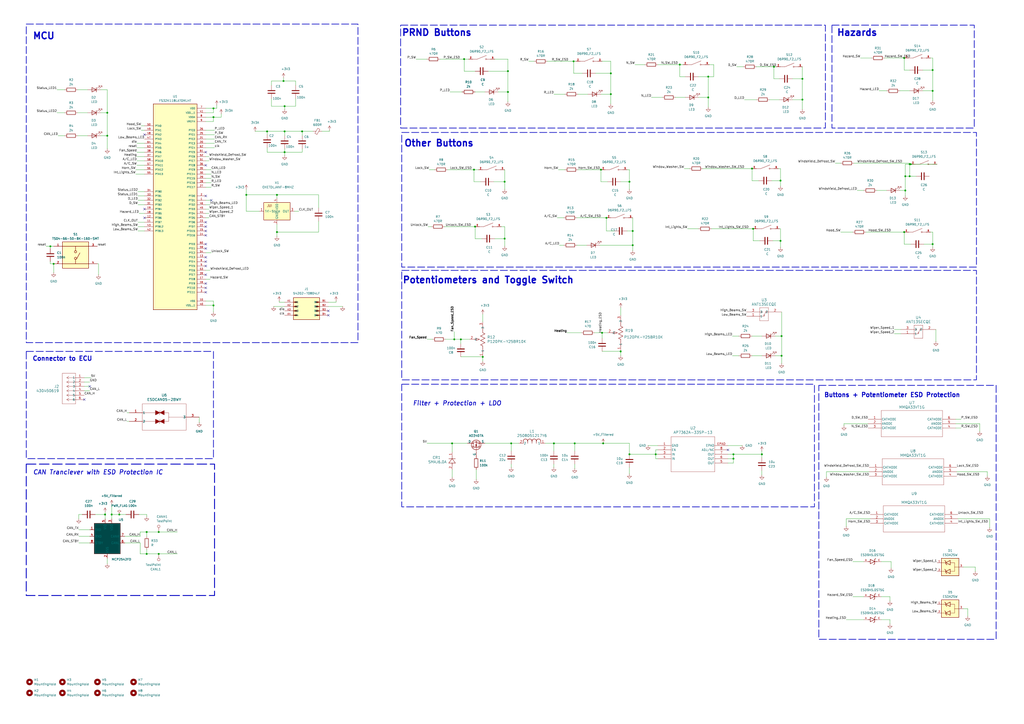
<source format=kicad_sch>
(kicad_sch (version 20250114) (generator "eeschema") (generator_version "9.0")
  (paper "A2")
  (title_block (company "Timberwolf Automotive"))
  (rectangle (start 232.41 14.605) (end 478.79 74.295) (stroke (width 0.381) (type dash)))
  (rectangle (start 233.045 156.845) (end 566.42 220.345) (stroke (width 0.381) (type dash)))
  (rectangle (start 15.24 269.24) (end 124.46 345.44) (stroke (width 0.508) (type dash)))
  (rectangle (start 15.24 203.835) (end 123.825 266.065) (stroke (width 0.381) (type dash)))
  (rectangle (start 482.6 14.605) (end 565.15 74.295) (stroke (width 0.381) (type dash)))
  (rectangle (start 233.045 76.835) (end 566.42 154.94) (stroke (width 0.381) (type dash)))
  (rectangle (start 474.98 223.52) (end 577.85 370.84) (stroke (width 0.381) (type dash)))
  (rectangle (start 233.045 222.885) (end 472.44 294.005) (stroke (width 0.381) (type dash)))
  (rectangle (start 15.24 13.97) (end 207.645 198.755) (stroke (width 0.381) (type dash)))
  (text "Filter + Protection + LDO" (at 239.395 235.585 0) (effects (font (size 2.5588 2.5588) (thickness 0.4) (bold yes) (italic yes)) (justify left bottom)))
  (text "Buttons + Potentiometer ESD Protection\n" (at 517.525 229.235 0) (effects (font (size 2.54 2.54) (thickness 0.508) (bold yes))))
  (text "PRND Buttons" (at 253.365 19.05 0) (effects (font (size 3.81 3.81) (thickness 0.762) (bold yes))))
  (text "Hazards" (at 497.205 19.05 0) (effects (font (size 3.81 3.81) (thickness 0.762) (bold yes))))
  (text "CAN Tranciever with ESD Protection IC\n" (at 19.05 275.59 0) (effects (font (size 2.5588 2.5588) (thickness 0.4) (bold yes) (italic yes)) (justify left bottom)))
  (text "Potentiometers and Toggle Switch" (at 283.21 162.56 0) (effects (font (size 3.81 3.81) (thickness 0.762) (bold yes))))
  (text "MCU\n" (at 25.4 20.955 0) (effects (font (size 3.81 3.81) (thickness 0.762) (bold yes))))
  (text "Connector to ECU\n\n" (at 36.195 210.185 0) (effects (font (size 2.54 2.54) (thickness 0.508) (bold yes))))
  (text "Other Buttons\n" (at 254.635 83.185 0) (effects (font (size 3.81 3.81) (thickness 0.762) (bold yes))))
  (junction (at 436.245 97.79))
  (junction (at 92.075 321.31))
  (junction (at 62.23 78.74))
  (junction (at 292.735 138.43))
  (junction (at 275.59 131.445))
  (junction (at 294.64 53.34))
  (junction (at 525.145 110.49))
  (junction (at 294.64 41.275))
  (junction (at 465.455 57.785))
  (junction (at 349.25 193.04))
  (junction (at 262.255 257.175))
  (junction (at 541.02 141.605))
  (junction (at 465.455 45.72))
  (junction (at 92.075 308.61))
  (junction (at 525.145 102.235))
  (junction (at 394.335 37.465))
  (junction (at 142.875 113.03))
  (junction (at 332.74 35.56))
  (junction (at 154.94 76.2))
  (junction (at 436.88 132.715))
  (junction (at 367.03 133.985))
  (junction (at 62.23 65.405))
  (junction (at 165.1 61.595))
  (junction (at 60.96 298.45))
  (junction (at 175.26 76.2))
  (junction (at 452.755 104.775))
  (junction (at 527.685 95.25))
  (junction (at 123.825 177.165))
  (junction (at 165.1 88.265))
  (junction (at 29.21 142.875))
  (junction (at 448.945 38.735))
  (junction (at 349.885 257.175))
  (junction (at 524.51 33.655))
  (junction (at 441.96 263.525))
  (junction (at 541.02 52.705))
  (junction (at 164.465 46.99))
  (junction (at 160.655 113.03))
  (junction (at 425.45 263.525))
  (junction (at 360.045 203.835))
  (junction (at 453.39 206.375))
  (junction (at 85.09 308.61))
  (junction (at 274.955 98.425))
  (junction (at 85.09 321.31))
  (junction (at 541.02 40.64))
  (junction (at 348.615 98.425))
  (junction (at 165.1 76.2))
  (junction (at 69.215 298.45))
  (junction (at 296.545 257.175))
  (junction (at 263.525 196.85))
  (junction (at 425.45 266.065))
  (junction (at 354.33 54.61))
  (junction (at 354.33 42.545))
  (junction (at 160.655 134.62))
  (junction (at 524.51 134.62))
  (junction (at 267.335 196.85))
  (junction (at 527.685 102.235))
  (junction (at 365.125 105.41))
  (junction (at 365.125 263.525))
  (junction (at 380.365 263.525))
  (junction (at 123.825 62.865))
  (junction (at 123.825 67.945))
  (junction (at 333.375 257.175))
  (junction (at 367.03 142.24))
  (junction (at 410.845 56.515))
  (junction (at 452.755 139.7))
  (junction (at 269.24 34.29))
  (junction (at 453.39 194.945))
  (junction (at 31.115 153.035))
  (junction (at 280.035 207.01))
  (junction (at 410.845 44.45))
  (junction (at 292.735 105.41))
  (junction (at 64.77 298.45))
  (junction (at 321.31 257.175))
  (junction (at 351.79 126.365))
  (junction (at 528.32 95.25))
  (no_connect (at 119.38 164.465))
  (no_connect (at 83.82 121.285))
  (no_connect (at 119.38 128.905))
  (no_connect (at 48.895 231.775))
  (no_connect (at 119.38 149.225))
  (no_connect (at 422.275 260.985))
  (no_connect (at 119.38 88.265))
  (no_connect (at 119.38 154.305))
  (no_connect (at 119.38 113.665))
  (no_connect (at 119.38 144.145))
  (no_connect (at 52.07 224.155))
  (no_connect (at 122.555 116.205))
  (no_connect (at 119.38 141.605))
  (no_connect (at 83.82 78.105))
  (no_connect (at 119.38 169.545))
  (no_connect (at 119.38 95.885))
  (no_connect (at 190.5 180.34))
  (no_connect (at 119.38 151.765))
  (no_connect (at 119.38 133.985))
  (no_connect (at 119.38 159.385))
  (no_connect (at 119.38 136.525))
  (no_connect (at 119.38 167.005))
  (no_connect (at 83.82 126.365))
  (no_connect (at 119.38 131.445))
  (no_connect (at 190.5 182.88))
  (wire (pts (xy 554.355 245.745) (xy 568.325 245.745)))
  (wire (pts (xy 45.085 52.07) (xy 50.8 52.07)))
  (wire (pts (xy 490.855 300.99) (xy 504.825 300.99)))
  (wire (pts (xy 524.51 33.655) (xy 524.51 40.64)))
  (wire (pts (xy 79.375 95.885) (xy 83.82 95.885)))
  (wire (pts (xy 78.74 98.425) (xy 83.82 98.425)))
  (wire (pts (xy 424.815 206.375) (xy 428.625 206.375)))
  (wire (pts (xy 294.64 59.055) (xy 294.64 53.34)))
  (wire (pts (xy 323.85 98.425) (xy 327.66 98.425)))
  (wire (pts (xy 348.615 54.61) (xy 354.33 54.61)))
  (wire (pts (xy 81.28 314.96) (xy 72.39 314.96)))
  (wire (pts (xy 479.425 276.86) (xy 479.425 273.685)))
  (wire (pts (xy 541.02 141.605) (xy 541.02 143.51)))
  (wire (pts (xy 122.555 146.685) (xy 119.38 146.685)))
  (wire (pts (xy 294.64 53.34) (xy 294.64 41.275)))
  (wire (pts (xy 175.26 78.74) (xy 175.26 76.2)))
  (wire (pts (xy 154.94 85.725) (xy 154.94 88.265)))
  (wire (pts (xy 465.455 38.735) (xy 465.455 45.72)))
  (wire (pts (xy 294.64 34.29) (xy 294.64 41.275)))
  (wire (pts (xy 29.21 153.035) (xy 31.115 153.035)))
  (wire (pts (xy 48.895 221.615) (xy 52.07 221.615)))
  (wire (pts (xy 524.51 40.64) (xy 527.685 40.64)))
  (wire (pts (xy 269.24 34.29) (xy 269.24 41.275)))
  (wire (pts (xy 165.1 88.265) (xy 165.1 86.36)))
  (wire (pts (xy 122.555 100.965) (xy 119.38 100.965)))
  (wire (pts (xy 29.21 151.765) (xy 29.21 153.035)))
  (wire (pts (xy 436.245 104.775) (xy 440.055 104.775)))
  (wire (pts (xy 171.45 61.595) (xy 171.45 57.15)))
  (wire (pts (xy 501.015 325.755) (xy 494.665 325.755)))
  (wire (pts (xy 269.24 34.29) (xy 271.78 34.29)))
  (wire (pts (xy 161.925 174.625) (xy 161.925 175.26)))
  (wire (pts (xy 422.275 263.525) (xy 425.45 263.525)))
  (wire (pts (xy 436.88 132.715) (xy 436.88 139.7)))
  (wire (pts (xy 161.925 175.26) (xy 165.1 175.26)))
  (wire (pts (xy 123.825 67.945) (xy 128.27 67.945)))
  (wire (pts (xy 80.01 118.745) (xy 83.82 118.745)))
  (wire (pts (xy 332.74 35.56) (xy 332.74 42.545)))
  (wire (pts (xy 345.44 42.545) (xy 354.33 42.545)))
  (wire (pts (xy 79.375 88.265) (xy 83.82 88.265)))
  (wire (pts (xy 45.72 300.99) (xy 45.72 298.45)))
  (wire (pts (xy 348.615 105.41) (xy 352.425 105.41)))
  (wire (pts (xy 123.825 177.165) (xy 123.825 180.975)))
  (wire (pts (xy 425.45 268.605) (xy 425.45 266.065)))
  (wire (pts (xy 81.915 73.025) (xy 83.82 73.025)))
  (wire (pts (xy 287.02 34.29) (xy 294.64 34.29)))
  (wire (pts (xy 79.375 90.805) (xy 83.82 90.805)))
  (wire (pts (xy 527.685 102.235) (xy 525.145 102.235)))
  (wire (pts (xy 484.505 94.615) (xy 487.68 94.615)))
  (wire (pts (xy 58.42 78.74) (xy 62.23 78.74)))
  (wire (pts (xy 452.755 132.715) (xy 452.755 139.7)))
  (wire (pts (xy 405.13 56.515) (xy 410.845 56.515)))
  (wire (pts (xy 459.74 45.72) (xy 465.455 45.72)))
  (wire (pts (xy 191.135 76.2) (xy 191.135 75.565)))
  (wire (pts (xy 119.38 174.625) (xy 123.825 174.625)))
  (wire (pts (xy 122.555 116.205) (xy 119.38 116.205)))
  (wire (pts (xy 119.38 177.165) (xy 123.825 177.165)))
  (wire (pts (xy 60.96 298.45) (xy 55.245 298.45)))
  (wire (pts (xy 541.02 134.62) (xy 541.02 141.605)))
  (wire (pts (xy 296.545 261.62) (xy 296.545 257.175)))
  (wire (pts (xy 81.915 75.565) (xy 83.82 75.565)))
  (wire (pts (xy 360.045 105.41) (xy 365.125 105.41)))
  (wire (pts (xy 255.27 34.29) (xy 269.24 34.29)))
  (wire (pts (xy 154.94 88.265) (xy 165.1 88.265)))
  (wire (pts (xy 123.825 65.405) (xy 123.825 62.865)))
  (wire (pts (xy 525.145 110.49) (xy 525.145 113.665)))
  (wire (pts (xy 275.59 53.34) (xy 281.305 53.34)))
  (wire (pts (xy 85.09 308.61) (xy 81.28 308.61)))
  (wire (pts (xy 414.02 37.465) (xy 411.48 37.465)))
  (wire (pts (xy 438.785 38.735) (xy 448.945 38.735)))
  (wire (pts (xy 124.46 83.185) (xy 119.38 83.185)))
  (wire (pts (xy 267.335 196.85) (xy 272.415 196.85)))
  (wire (pts (xy 495.3 94.615) (xy 527.685 94.615)))
  (wire (pts (xy 147.955 76.2) (xy 154.94 76.2)))
  (wire (pts (xy 516.255 348.615) (xy 516.255 346.075)))
  (wire (pts (xy 321.31 269.24) (xy 321.31 271.145)))
  (wire (pts (xy 535.305 52.705) (xy 541.02 52.705)))
  (wire (pts (xy 497.205 110.49) (xy 501.015 110.49)))
  (wire (pts (xy 64.77 298.45) (xy 69.215 298.45)))
  (wire (pts (xy 449.58 206.375) (xy 453.39 206.375)))
  (wire (pts (xy 80.01 116.205) (xy 83.82 116.205)))
  (wire (pts (xy 257.81 131.445) (xy 275.59 131.445)))
  (wire (pts (xy 45.085 78.74) (xy 50.8 78.74)))
  (wire (pts (xy 363.855 98.425) (xy 365.125 98.425)))
  (wire (pts (xy 260.985 53.34) (xy 267.97 53.34)))
  (wire (pts (xy 367.03 142.24) (xy 367.03 145.415)))
  (wire (pts (xy 541.02 58.42) (xy 541.02 52.705)))
  (wire (pts (xy 165.1 88.265) (xy 165.1 90.17)))
  (wire (pts (xy 513.08 33.655) (xy 524.51 33.655)))
  (wire (pts (xy 81.28 308.61) (xy 81.28 311.15)))
  (wire (pts (xy 85.09 318.77) (xy 85.09 321.31)))
  (wire (pts (xy 518.795 193.675) (xy 522.605 193.675)))
  (wire (pts (xy 525.145 95.25) (xy 525.145 102.235)))
  (wire (pts (xy 173.355 122.555) (xy 170.815 122.555)))
  (wire (pts (xy 62.23 65.405) (xy 62.23 52.07)))
  (wire (pts (xy 516.255 359.41) (xy 516.255 361.95)))
  (wire (pts (xy 527.685 102.235) (xy 531.495 102.235)))
  (wire (pts (xy 565.785 328.93) (xy 565.785 331.47)))
  (wire (pts (xy 367.03 126.365) (xy 367.03 133.985)))
  (wire (pts (xy 459.74 57.785) (xy 465.455 57.785)))
  (wire (pts (xy 487.68 134.62) (xy 494.665 134.62)))
  (wire (pts (xy 56.515 153.035) (xy 57.15 153.035)))
  (wire (pts (xy 81.28 314.96) (xy 81.28 321.31)))
  (wire (pts (xy 160.655 113.03) (xy 160.655 114.935)))
  (wire (pts (xy 557.53 243.205) (xy 554.355 243.205)))
  (wire (pts (xy 441.96 273.05) (xy 441.96 275.59)))
  (wire (pts (xy 317.5 35.56) (xy 332.74 35.56)))
  (wire (pts (xy 79.375 85.725) (xy 83.82 85.725)))
  (wire (pts (xy 448.945 38.735) (xy 448.945 45.72)))
  (wire (pts (xy 527.685 95.25) (xy 525.145 95.25)))
  (wire (pts (xy 73.66 244.475) (xy 74.93 244.475)))
  (wire (pts (xy 360.045 203.835) (xy 360.045 203.2)))
  (wire (pts (xy 124.46 75.565) (xy 119.38 75.565)))
  (wire (pts (xy 381.635 260.985) (xy 380.365 260.985)))
  (wire (pts (xy 321.31 257.175) (xy 333.375 257.175)))
  (wire (pts (xy 363.855 133.985) (xy 367.03 133.985)))
  (wire (pts (xy 489.585 247.015) (xy 489.585 245.745)))
  (wire (pts (xy 58.42 65.405) (xy 62.23 65.405)))
  (wire (pts (xy 262.255 272.415) (xy 262.255 276.86)))
  (wire (pts (xy 283.21 41.275) (xy 294.64 41.275)))
  (wire (pts (xy 296.545 271.145) (xy 296.545 269.24)))
  (wire (pts (xy 124.46 80.645) (xy 119.38 80.645)))
  (wire (pts (xy 448.31 139.7) (xy 452.755 139.7)))
  (wire (pts (xy 380.365 260.985) (xy 380.365 263.525)))
  (wire (pts (xy 535.94 141.605) (xy 541.02 141.605)))
  (wire (pts (xy 125.73 60.96) (xy 125.73 62.865)))
  (wire (pts (xy 158.75 177.8) (xy 165.1 177.8)))
  (wire (pts (xy 29.21 142.875) (xy 31.115 142.875)))
  (wire (pts (xy 80.645 298.45) (xy 85.09 298.45)))
  (wire (pts (xy 451.485 97.79) (xy 452.755 97.79)))
  (wire (pts (xy 80.01 131.445) (xy 83.82 131.445)))
  (wire (pts (xy 511.175 325.755) (xy 516.89 325.755)))
  (wire (pts (xy 558.8 328.93) (xy 565.785 328.93)))
  (wire (pts (xy 381.635 266.065) (xy 380.365 266.065)))
  (wire (pts (xy 554.99 273.685) (xy 572.77 273.685)))
  (wire (pts (xy 58.42 52.07) (xy 62.23 52.07)))
  (wire (pts (xy 332.74 35.56) (xy 334.01 35.56)))
  (wire (pts (xy 121.92 118.745) (xy 119.38 118.745)))
  (wire (pts (xy 521.97 52.705) (xy 527.685 52.705)))
  (wire (pts (xy 165.1 88.265) (xy 175.26 88.265)))
  (wire (pts (xy 184.785 113.03) (xy 184.785 120.65)))
  (wire (pts (xy 527.685 95.25) (xy 527.685 102.235)))
  (wire (pts (xy 381.635 258.445) (xy 375.92 258.445)))
  (wire (pts (xy 80.645 123.825) (xy 83.82 123.825)))
  (wire (pts (xy 48.895 226.695) (xy 52.07 226.695)))
  (wire (pts (xy 184.785 128.27) (xy 184.785 134.62)))
  (wire (pts (xy 328.93 193.04) (xy 337.185 193.04)))
  (wire (pts (xy 194.945 175.26) (xy 194.945 174.625)))
  (wire (pts (xy 365.125 105.41) (xy 365.125 109.855)))
  (wire (pts (xy 121.285 93.345) (xy 119.38 93.345)))
  (wire (pts (xy 123.825 70.485) (xy 123.825 67.945)))
  (wire (pts (xy 102.87 308.61) (xy 92.075 308.61)))
  (wire (pts (xy 436.245 206.375) (xy 441.96 206.375)))
  (wire (pts (xy 175.26 86.36) (xy 175.26 88.265)))
  (wire (pts (xy 121.285 126.365) (xy 119.38 126.365)))
  (wire (pts (xy 165.1 78.74) (xy 165.1 76.2)))
  (wire (pts (xy 62.23 86.36) (xy 62.23 78.74)))
  (wire (pts (xy 275.59 138.43) (xy 279.4 138.43)))
  (wire (pts (xy 490.855 305.435) (xy 490.855 300.99)))
  (wire (pts (xy 351.79 133.985) (xy 356.235 133.985)))
  (wire (pts (xy 142.875 113.03) (xy 142.875 122.555)))
  (wire (pts (xy 354.33 35.56) (xy 354.33 42.545)))
  (wire (pts (xy 365.125 98.425) (xy 365.125 105.41)))
  (wire (pts (xy 157.48 46.99) (xy 157.48 49.53)))
  (wire (pts (xy 79.375 83.185) (xy 83.82 83.185)))
  (wire (pts (xy 122.555 108.585) (xy 119.38 108.585)))
  (wire (pts (xy 524.51 134.62) (xy 524.51 141.605)))
  (wire (pts (xy 349.25 193.04) (xy 349.25 196.215)))
  (wire (pts (xy 121.92 161.925) (xy 119.38 161.925)))
  (wire (pts (xy 349.885 257.175) (xy 365.125 257.175)))
  (wire (pts (xy 452.755 97.79) (xy 452.755 104.775)))
  (wire (pts (xy 186.69 76.2) (xy 191.135 76.2)))
  (wire (pts (xy 48.895 219.075) (xy 52.705 219.075)))
  (wire (pts (xy 290.83 131.445) (xy 292.735 131.445)))
  (wire (pts (xy 452.755 139.7) (xy 452.755 143.51)))
  (wire (pts (xy 175.26 76.2) (xy 181.61 76.2)))
  (wire (pts (xy 334.645 142.24) (xy 340.36 142.24)))
  (wire (pts (xy 45.72 314.96) (xy 52.07 314.96)))
  (wire (pts (xy 360.045 203.835) (xy 360.045 206.375)))
  (wire (pts (xy 78.74 100.965) (xy 83.82 100.965)))
  (wire (pts (xy 502.285 134.62) (xy 524.51 134.62)))
  (wire (pts (xy 92.075 321.31) (xy 102.87 321.31)))
  (wire (pts (xy 431.8 57.785) (xy 438.785 57.785)))
  (wire (pts (xy 321.31 54.61) (xy 327.66 54.61)))
  (wire (pts (xy 62.23 78.74) (xy 62.23 65.405)))
  (wire (pts (xy 391.795 56.515) (xy 397.51 56.515)))
  (wire (pts (xy 354.33 35.56) (xy 349.25 35.56)))
  (wire (pts (xy 394.335 44.45) (xy 397.51 44.45)))
  (wire (pts (xy 286.385 105.41) (xy 292.735 105.41)))
  (wire (pts (xy 263.525 196.85) (xy 267.335 196.85)))
  (wire (pts (xy 334.645 126.365) (xy 351.79 126.365)))
  (wire (pts (xy 292.735 138.43) (xy 292.735 142.875)))
  (wire (pts (xy 351.79 126.365) (xy 351.79 133.985)))
  (wire (pts (xy 274.955 105.41) (xy 278.765 105.41)))
  (wire (pts (xy 425.45 263.525) (xy 441.96 263.525)))
  (wire (pts (xy 574.04 306.07) (xy 574.04 300.99)))
  (wire (pts (xy 33.655 78.74) (xy 37.465 78.74)))
  (wire (pts (xy 160.655 113.03) (xy 184.785 113.03)))
  (wire (pts (xy 535.305 40.64) (xy 541.02 40.64)))
  (wire (pts (xy 80.01 128.905) (xy 83.82 128.905)))
  (wire (pts (xy 81.28 321.31) (xy 85.09 321.31)))
  (wire (pts (xy 398.78 132.715) (xy 405.13 132.715)))
  (wire (pts (xy 45.085 65.405) (xy 50.8 65.405)))
  (wire (pts (xy 154.94 76.2) (xy 165.1 76.2)))
  (wire (pts (xy 280.035 207.01) (xy 280.035 209.55)))
  (wire (pts (xy 377.825 56.515) (xy 384.175 56.515)))
  (wire (pts (xy 123.825 174.625) (xy 123.825 177.165)))
  (wire (pts (xy 367.03 133.985) (xy 367.03 142.24)))
  (wire (pts (xy 465.455 63.5) (xy 465.455 57.785)))
  (wire (pts (xy 518.795 191.135) (xy 522.605 191.135)))
  (wire (pts (xy 501.015 359.41) (xy 490.855 359.41)))
  (wire (pts (xy 281.305 257.175) (xy 296.545 257.175)))
  (wire (pts (xy 119.38 70.485) (xy 123.825 70.485)))
  (wire (pts (xy 396.875 97.79) (xy 400.05 97.79)))
  (wire (pts (xy 292.735 98.425) (xy 292.735 105.41)))
  (wire (pts (xy 160.655 130.175) (xy 160.655 134.62)))
  (wire (pts (xy 157.48 61.595) (xy 165.1 61.595)))
  (wire (pts (xy 557.53 248.285) (xy 554.355 248.285)))
  (wire (pts (xy 64.77 298.45) (xy 64.77 300.99)))
  (wire (pts (xy 128.27 67.945) (xy 128.27 66.04)))
  (wire (pts (xy 405.13 44.45) (xy 410.845 44.45)))
  (wire (pts (xy 190.5 177.8) (xy 198.755 177.8)))
  (wire (pts (xy 446.405 57.785) (xy 452.12 57.785)))
  (wire (pts (xy 296.545 257.175) (xy 300.99 257.175)))
  (wire (pts (xy 368.3 37.465) (xy 374.015 37.465)))
  (wire (pts (xy 45.72 307.34) (xy 52.07 307.34)))
  (wire (pts (xy 333.375 257.175) (xy 349.885 257.175)))
  (wire (pts (xy 436.245 194.945) (xy 441.96 194.945)))
  (wire (pts (xy 543.56 95.25) (xy 528.32 95.25)))
  (wire (pts (xy 164.465 45.085) (xy 164.465 46.99)))
  (wire (pts (xy 511.175 359.41) (xy 516.255 359.41)))
  (wire (pts (xy 248.92 98.425) (xy 252.095 98.425)))
  (wire (pts (xy 121.285 121.285) (xy 119.38 121.285)))
  (wire (pts (xy 422.275 258.445) (xy 430.53 258.445)))
  (wire (pts (xy 499.11 33.655) (xy 505.46 33.655)))
  (wire (pts (xy 262.255 262.255) (xy 262.255 257.175)))
  (wire (pts (xy 574.04 300.99) (xy 555.625 300.99)))
  (wire (pts (xy 572.77 276.225) (xy 572.77 273.685)))
  (wire (pts (xy 410.845 56.515) (xy 410.845 44.45)))
  (wire (pts (xy 123.825 62.865) (xy 119.38 62.865)))
  (wire (pts (xy 335.28 98.425) (xy 348.615 98.425)))
  (wire (pts (xy 60.96 297.18) (xy 60.96 298.45)))
  (wire (pts (xy 258.445 196.85) (xy 263.525 196.85)))
  (wire (pts (xy 121.285 90.805) (xy 119.38 90.805)))
  (wire (pts (xy 80.01 133.985) (xy 83.82 133.985)))
  (wire (pts (xy 287.02 138.43) (xy 292.735 138.43)))
  (wire (pts (xy 316.23 257.175) (xy 321.31 257.175)))
  (wire (pts (xy 425.45 266.065) (xy 425.45 263.525)))
  (wire (pts (xy 324.485 142.24) (xy 327.025 142.24)))
  (wire (pts (xy 380.365 263.525) (xy 365.125 263.525)))
  (wire (pts (xy 64.77 292.735) (xy 64.77 298.45)))
  (wire (pts (xy 365.125 271.145) (xy 365.125 274.955)))
  (wire (pts (xy 263.525 192.405) (xy 263.525 196.85)))
  (wire (pts (xy 142.875 122.555) (xy 150.495 122.555)))
  (wire (pts (xy 365.125 257.175) (xy 365.125 263.525)))
  (wire (pts (xy 194.945 175.26) (xy 190.5 175.26)))
  (wire (pts (xy 333.375 257.175) (xy 333.375 261.62)))
  (wire (pts (xy 157.48 46.99) (xy 164.465 46.99)))
  (wire (pts (xy 79.375 93.345) (xy 83.82 93.345)))
  (wire (pts (xy 381.635 263.525) (xy 380.365 263.525)))
  (wire (pts (xy 354.33 54.61) (xy 354.33 42.545)))
  (wire (pts (xy 410.845 62.23) (xy 410.845 56.515)))
  (wire (pts (xy 292.735 105.41) (xy 292.735 109.855)))
  (wire (pts (xy 453.39 180.975) (xy 453.39 194.945)))
  (wire (pts (xy 121.92 156.845) (xy 119.38 156.845)))
  (wire (pts (xy 424.815 194.945) (xy 428.625 194.945)))
  (wire (pts (xy 349.25 193.04) (xy 352.425 193.04)))
  (wire (pts (xy 394.335 37.465) (xy 396.24 37.465)))
  (wire (pts (xy 541.02 33.655) (xy 541.02 40.64)))
  (wire (pts (xy 509.905 52.705) (xy 514.35 52.705)))
  (wire (pts (xy 119.38 65.405) (xy 123.825 65.405)))
  (wire (pts (xy 121.285 123.825) (xy 119.38 123.825)))
  (wire (pts (xy 333.375 271.78) (xy 333.375 269.24)))
  (wire (pts (xy 427.355 38.735) (xy 431.165 38.735)))
  (wire (pts (xy 521.97 110.49) (xy 525.145 110.49)))
  (wire (pts (xy 558.8 353.06) (xy 561.34 353.06)))
  (wire (pts (xy 527.685 94.615) (xy 527.685 95.25)))
  (wire (pts (xy 539.75 33.655) (xy 541.02 33.655)))
  (wire (pts (xy 561.34 353.06) (xy 561.34 357.505)))
  (wire (pts (xy 347.98 142.24) (xy 367.03 142.24)))
  (wire (pts (xy 479.425 273.685) (xy 504.19 273.685)))
  (wire (pts (xy 124.46 78.105) (xy 119.38 78.105)))
  (wire (pts (xy 452.12 132.715) (xy 452.755 132.715)))
  (wire (pts (xy 154.94 76.2) (xy 154.94 78.105)))
  (wire (pts (xy 292.735 131.445) (xy 292.735 138.43)))
  (wire (pts (xy 142.875 109.855) (xy 142.875 113.03)))
  (wire (pts (xy 122.555 98.425) (xy 119.38 98.425)))
  (wire (pts (xy 142.875 113.03) (xy 160.655 113.03)))
  (wire (pts (xy 62.23 323.85) (xy 62.23 327.025)))
  (wire (pts (xy 171.45 46.99) (xy 171.45 49.53)))
  (wire (pts (xy 542.925 198.12) (xy 542.925 191.135)))
  (wire (pts (xy 332.74 42.545) (xy 337.82 42.545)))
  (wire (pts (xy 453.39 194.945) (xy 453.39 206.375)))
  (wire (pts (xy 274.955 98.425) (xy 274.955 105.41)))
  (wire (pts (xy 524.51 141.605) (xy 528.32 141.605)))
  (wire (pts (xy 541.02 52.705) (xy 541.02 40.64)))
  (wire (pts (xy 288.925 53.34) (xy 294.64 53.34)))
  (wire (pts (xy 422.275 266.065) (xy 425.45 266.065)))
  (wire (pts (xy 73.66 239.395) (xy 74.93 239.395)))
  (wire (pts (xy 323.215 126.365) (xy 327.025 126.365)))
  (wire (pts (xy 528.32 95.25) (xy 527.685 95.25)))
  (wire (pts (xy 72.39 311.15) (xy 81.28 311.15)))
  (wire (pts (xy 57.15 153.035) (xy 57.15 159.385)))
  (wire (pts (xy 441.96 263.525) (xy 441.96 265.43)))
  (wire (pts (xy 269.24 41.275) (xy 275.59 41.275)))
  (wire (pts (xy 321.31 257.175) (xy 321.31 261.62)))
  (wire (pts (xy 448.945 38.735) (xy 450.215 38.735)))
  (wire (pts (xy 335.28 54.61) (xy 340.995 54.61)))
  (wire (pts (xy 448.945 45.72) (xy 452.12 45.72)))
  (wire (pts (xy 394.335 37.465) (xy 394.335 44.45)))
  (wire (pts (xy 267.335 196.85) (xy 267.335 199.39)))
  (wire (pts (xy 259.715 98.425) (xy 274.955 98.425)))
  (wire (pts (xy 80.01 111.125) (xy 83.82 111.125)))
  (wire (pts (xy 80.01 113.665) (xy 83.82 113.665)))
  (wire (pts (xy 85.09 308.61) (xy 85.09 311.15)))
  (wire (pts (xy 452.755 104.775) (xy 452.755 107.95)))
  (wire (pts (xy 241.3 34.29) (xy 247.65 34.29)))
  (wire (pts (xy 248.285 131.445) (xy 250.19 131.445)))
  (wire (pts (xy 33.02 52.07) (xy 37.465 52.07)))
  (wire (pts (xy 262.255 257.175) (xy 247.65 257.175)))
  (wire (pts (xy 348.615 98.425) (xy 348.615 105.41)))
  (wire (pts (xy 568.325 245.745) (xy 568.325 250.19)))
  (wire (pts (xy 412.75 132.715) (xy 436.88 132.715)))
  (wire (pts (xy 31.115 153.035) (xy 31.115 158.115)))
  (wire (pts (xy 157.48 61.595) (xy 157.48 57.15)))
  (wire (pts (xy 124.46 85.725) (xy 119.38 85.725)))
  (wire (pts (xy 26.67 142.875) (xy 29.21 142.875)))
  (wire (pts (xy 414.02 44.45) (xy 410.845 44.45)))
  (wire (pts (xy 508.635 110.49) (xy 514.35 110.49)))
  (wire (pts (xy 125.73 62.865) (xy 123.825 62.865)))
  (wire (pts (xy 60.96 298.45) (xy 60.96 300.99)))
  (wire (pts (xy 33.02 65.405) (xy 37.465 65.405)))
  (wire (pts (xy 441.96 261.62) (xy 441.96 263.525)))
  (wire (pts (xy 69.215 298.45) (xy 73.025 298.45)))
  (wire (pts (xy 85.09 321.31) (xy 92.075 321.31)))
  (wire (pts (xy 465.455 57.785) (xy 465.455 45.72)))
  (wire (pts (xy 115.57 241.935) (xy 115.57 245.11)))
  (wire (pts (xy 349.25 203.835) (xy 360.045 203.835)))
  (wire (pts (xy 184.785 134.62) (xy 160.655 134.62)))
  (wire (pts (xy 160.655 134.62) (xy 160.655 137.16)))
  (wire (pts (xy 247.65 196.85) (xy 250.825 196.85)))
  (wire (pts (xy 516.89 325.755) (xy 516.89 329.565)))
  (wire (pts (xy 447.675 104.775) (xy 452.755 104.775)))
  (wire (pts (xy 354.33 60.325) (xy 354.33 54.61)))
  (wire (pts (xy 45.72 311.15) (xy 52.07 311.15)))
  (wire (pts (xy 453.39 206.375) (xy 453.39 210.82)))
  (wire (pts (xy 306.705 35.56) (xy 309.88 35.56)))
  (wire (pts (xy 381.635 37.465) (xy 394.335 37.465)))
  (wire (pts (xy 539.75 134.62) (xy 541.02 134.62)))
  (wire (pts (xy 271.145 257.175) (xy 262.255 257.175)))
  (wire (pts (xy 92.075 308.61) (xy 85.09 308.61)))
  (wire (pts (xy 494.665 346.075) (xy 501.015 346.075)))
  (wire (pts (xy 449.58 194.945) (xy 453.39 194.945)))
  (wire (pts (xy 274.955 98.425) (xy 277.495 98.425)))
  (wire (pts (xy 276.225 272.415) (xy 276.225 278.13)))
  (wire (pts (xy 29.21 142.875) (xy 29.21 144.145)))
  (wire (pts (xy 267.335 207.01) (xy 280.035 207.01)))
  (wire (pts (xy 165.1 61.595) (xy 171.45 61.595)))
  (wire (pts (xy 407.67 97.79) (xy 436.245 97.79)))
  (wire (pts (xy 436.245 97.79) (xy 436.245 104.775)))
  (wire (pts (xy 45.72 298.45) (xy 47.625 298.45)))
  (wire (pts (xy 525.145 102.235) (xy 525.145 110.49)))
  (wire (pts (xy 360.045 178.435) (xy 360.045 182.88)))
  (wire (pts (xy 85.09 298.45) (xy 85.09 299.72)))
  (wire (pts (xy 164.465 46.99) (xy 171.45 46.99)))
  (wire (pts (xy 422.275 268.605) (xy 425.45 268.605)))
  (wire (pts (xy 380.365 266.065) (xy 380.365 263.525)))
  (wire (pts (xy 122.555 106.045) (xy 119.38 106.045)))
  (wire (pts (xy 122.555 103.505) (xy 119.38 103.505)))
  (wire (pts (xy 280.035 182.245) (xy 280.035 186.69)))
  (wire (pts (xy 275.59 131.445) (xy 275.59 138.43)))
  (wire (pts (xy 436.88 139.7) (xy 440.69 139.7)))
  (wire (pts (xy 165.1 61.595) (xy 165.1 63.5)))
  (wire (pts (xy 165.1 76.2) (xy 175.26 76.2)))
  (wire (pts (xy 414.02 37.465) (xy 414.02 44.45)))
  (wire (pts (xy 344.805 193.04) (xy 349.25 193.04)))
  (wire (pts (xy 516.255 346.075) (xy 511.175 346.075)))
  (wire (pts (xy 489.585 245.745) (xy 503.555 245.745)))
  (wire (pts (xy 48.895 224.155) (xy 52.07 224.155)))
  (wire (pts (xy 119.38 67.945) (xy 123.825 67.945)))
  (label "Fan_Speed_ESD" (at 494.665 325.755 180) (effects (font (thickness 0.1588))))
  (label "Fan_Speed_ESD" (at 263.525 192.405 90) (effects (font (thickness 0.254) (bold yes))))
  (label "High_Beams_SW" (at 80.01 131.445 180))
  (label "Low_Beams_LED" (at 83.82 80.645 180))
  (label "P_SW" (at 124.46 78.105 0))
  (label "Hazard_SW" (at 121.92 161.925 0))
  (label "R_LED" (at 122.555 106.045 0))
  (label "Low_Beams_LED" (at 424.815 206.375 180))
  (label "CAN_STBY" (at 121.285 126.365 0))
  (label "Horn_SW_ESD" (at 335.28 98.425 0))
  (label "A{slash}C_LED" (at 324.485 142.24 180))
  (label "5V" (at 52.705 219.075 0))
  (label "High_Beams_SW" (at 543.56 350.52 180))
  (label "CAN_L" (at 73.66 244.475 180))
  (label "CAN_H" (at 102.87 308.61 180))
  (label "dio" (at 79.375 83.185 180))
  (label "CAN_H" (at 73.66 239.395 180))
  (label "D_LED" (at 80.01 116.205 180))
  (label "Lock_SW" (at 248.92 98.425 180))
  (label "CAN_RX" (at 124.46 80.645 0))
  (label "Fan_Speed" (at 79.375 88.265 180) (effects (font (thickness 0.1588))))
  (label "Windshield_Defrost_LED" (at 497.205 110.49 180))
  (label "Hazard_SW" (at 499.11 33.655 180))
  (label "Horn_SW_ESD" (at 504.825 303.53 180))
  (label "Int_Lights_SW" (at 78.74 100.965 180))
  (label "dio" (at 165.1 180.34 180))
  (label "Low_Beams_SW" (at 543.56 355.6 180))
  (label "CAN_STBY" (at 45.72 314.96 180))
  (label "CLK_OUT" (at 173.355 122.555 0))
  (label "P_LED" (at 124.46 75.565 0))
  (label "N_LED" (at 377.825 56.515 180))
  (label "Heating" (at 328.93 193.04 180) (effects (font (thickness 0.254) (bold yes))))
  (label "Unlock_SW" (at 248.285 131.445 180))
  (label "Windshield_Defrost_SW_ESD" (at 497.205 94.615 0))
  (label "D_SW" (at 80.01 118.745 180))
  (label "Wiper_Speed_1" (at 121.285 121.285 0))
  (label "A{slash}C_SW_ESD" (at 336.55 126.365 0))
  (label "Unlock_SW" (at 122.555 146.685 0))
  (label "Low_Beams_SW" (at 433.07 183.515 180))
  (label "reset" (at 79.375 85.725 180))
  (label "CAN_LED" (at 33.655 78.74 180))
  (label "GND" (at 52.07 221.615 0))
  (label "CAN_TX" (at 45.72 307.34 180))
  (label "High_Beams_LED" (at 121.92 118.745 0))
  (label "Window_Washer_SW" (at 396.875 97.79 180))
  (label "Horn_SW" (at 78.74 98.425 180))
  (label "Wiper_Speed_2" (at 518.795 193.675 180))
  (label "Hazard_SW_ESD" (at 494.665 346.075 180))
  (label "N_LED" (at 122.555 100.965 0))
  (label "clk" (at 165.1 182.88 180))
  (label "Heating_ESD" (at 349.25 193.04 90))
  (label "Window_Washer_SW_ESD" (at 504.19 276.225 180))
  (label "R_SW_ESD" (at 320.04 35.56 0))
  (label "N_SW_ESD" (at 503.555 248.285 180))
  (label "Int_Lights_SW_ESD" (at 434.34 132.715 180))
  (label "R_SW_ESD" (at 557.53 248.285 0))
  (label "5V" (at 247.65 257.175 180))
  (label "Status_LED2" (at 33.02 65.405 180))
  (label "D_SW" (at 427.355 38.735 180))
  (label "Hazard_LED" (at 80.645 123.825 180))
  (label "A{slash}C_SW" (at 323.215 126.365 180))
  (label "Unlock_SW_ESD" (at 555.625 298.45 0))
  (label "Status_LED1" (at 80.01 113.665 180))
  (label "High_Beams_LED" (at 424.815 194.945 180))
  (label "P_SW_ESD" (at 257.175 34.29 0))
  (label "Windshield_Defrost_SW" (at 121.285 90.805 0))
  (label "Hazard_SW_ESD" (at 513.08 33.655 0))
  (label "Status_LED1" (at 33.02 52.07 180))
  (label "Hood_SW" (at 81.915 73.025 180))
  (label "High_Beams_SW" (at 433.07 180.975 180))
  (label "CAN_L" (at 102.87 321.31 180))
  (label "Window_Washer_SW" (at 121.285 93.345 0))
  (label "Hood_SW_ESD" (at 554.99 276.225 0) (effects (font (thickness 0.1588))))
  (label "CAN_RX" (at 45.72 311.15 180))
  (label "reset" (at 56.515 142.875 0))
  (label "Hood_SW" (at 487.68 134.62 180) (effects (font (thickness 0.1588))))
  (label "CAN_H" (at 48.895 229.235 0))
  (label "Status_LED2" (at 80.01 111.125 180))
  (label "CAN_H" (at 74.93 311.15 0))
  (label "CAN_LED" (at 122.555 98.425 0))
  (label "P_LED" (at 260.985 53.34 180))
  (label "CAN_L" (at 52.07 226.695 0))
  (label "N_SW" (at 122.555 103.505 0))
  (label "Int_Lights_SW_ESD" (at 555.625 303.53 0))
  (label "A{slash}C_SW_ESD" (at 504.825 298.45 180))
  (label "Windshield_Defrost_SW_ESD" (at 504.19 271.145 180))
  (label "CAN_L" (at 81.28 314.96 180))
  (label "R_SW" (at 122.555 108.585 0))
  (label "N_SW" (at 368.3 37.465 180))
  (label "Lock_SW" (at 81.915 75.565 180))
  (label "Int_Lights_SW" (at 398.78 132.715 180))
  (label "Hood_SW_ESD" (at 516.89 134.62 180) (effects (font (thickness 0.1588))))
  (label "Unlock_SW_ESD" (at 258.445 131.445 0))
  (label "Wiper_Speed_2" (at 543.56 331.47 180))
  (label "Lock_SW_ESD" (at 260.985 98.425 0))
  (label "Heating" (at 79.375 90.805 180) (effects (font (thickness 0.1588))))
  (label "CLK_OUT" (at 80.01 128.905 180))
  (label "Wiper_Speed_1" (at 518.795 191.135 180))
  (label "Wiper_Speed_2" (at 121.285 123.825 0))
  (label "N_SW_ESD" (at 383.54 37.465 0))
  (label "Heating_ESD" (at 490.855 359.41 180))
  (label "Horn_SW" (at 323.85 98.425 180))
  (label "clk" (at 124.46 85.725 0))
  (label "Fan_Speed" (at 247.65 196.85 180) (effects (font (thickness 0.254) (bold yes))))
  (label "D_LED" (at 431.8 57.785 180))
  (label "Window_Washer_SW_ESD" (at 431.8 97.79 180))
  (label "reset" (at 26.67 142.875 180))
  (label "D_SW_ESD" (at 440.69 38.735 0))
  (label "P_SW" (at 241.3 34.29 180))
  (label "D_SW_ESD" (at 503.555 243.205 180))
  (label "A{slash}C_SW" (at 79.375 95.885 180))
  (label "Hazard_LED" (at 509.905 52.705 180))
  (label "R_SW" (at 306.705 35.56 180))
  (label "CAN_TX" (at 124.46 83.185 0))
  (label "Windshield_Defrost_SW" (at 484.505 94.615 180))
  (label "Lock_SW_ESD" (at 554.99 271.145 0))
  (label "P_SW_ESD" (at 557.53 243.205 0))
  (label "A{slash}C_LED" (at 79.375 93.345 180))
  (label "Windshield_Defrost_LED" (at 121.92 156.845 0))
  (label "Wiper_Speed_1" (at 543.56 326.39 180))
  (label "R_LED" (at 321.31 54.61 180))
  (label "Low_Beams_SW" (at 80.01 133.985 180))
  (symbol (lib_id "TWOLF_SYMS:MMQA33VT1G") (at 503.555 243.205 0) (unit 1)
    (property "Reference" "U7" (at 528.955 233.68 0) (effects (font (size 1.524 1.524))))
    (property "Value" "MMQA33VT1G" (at 528.955 236.22 0) (effects (font (size 1.524 1.524))))
    (property "Footprint" "SC74-6_3P1X1P7_ONS" (effects (hide yes)))
    (property "Datasheet" "MMQA33VT1G" (effects (hide yes)))
  )
  (symbol (lib_name "GND_1") (lib_id "power:GND") (at 360.045 206.375 0) (mirror y) (unit 1)
    (property "Reference" "#PWR023" (effects (hide yes)))
    (property "Value" "GND" (at 360.045 211.455 0))
    (property "Description" "Power symbol creates a global label with name \"GND\" , ground" (effects (hide yes)))
  )
  (symbol (lib_name "GND_1") (lib_id "power:GND") (at 365.125 109.855 0) (unit 1)
    (property "Reference" "#PWR062" (effects (hide yes)))
    (property "Value" "GND" (at 365.125 114.935 0))
    (property "Description" "Power symbol creates a global label with name \"GND\" , ground" (effects (hide yes)))
  )
  (symbol (lib_id "Device:C") (at 76.835 298.45 270) (mirror x) (unit 1)
    (property "Reference" "C29" (at 76.835 290.83 90))
    (property "Value" "100n" (at 76.835 293.37 90))
    (property "Footprint" "Capacitor_SMD:C_0805_2012Metric" (effects (hide yes)))
    (property "JLCPCB Part#(Optional)" "C1525" (effects (hide yes)))
    (property "Digikey #" "1276-1043-1-ND" (effects (hide yes)))
  )
  (symbol (lib_name "GND_1") (lib_id "power:GND") (at 292.735 109.855 0) (unit 1)
    (property "Reference" "#PWR063" (effects (hide yes)))
    (property "Value" "GND" (at 292.735 114.935 0))
    (property "Description" "Power symbol creates a global label with name \"GND\" , ground" (effects (hide yes)))
  )
  (symbol (lib_name "GND_1") (lib_id "power:GND") (at 354.33 60.325 0) (unit 1)
    (property "Reference" "#PWR024" (effects (hide yes)))
    (property "Value" "GND" (at 354.33 65.405 0))
    (property "Description" "Power symbol creates a global label with name \"GND\" , ground" (effects (hide yes)))
  )
  (symbol (lib_id "TWOLF_SYMS:D6R90_F2_LFS") (at 443.865 97.79 0) (unit 1)
    (property "Reference" "S8" (at 443.865 90.805 0))
    (property "Value" "D6R90_F2_LFS" (at 443.865 93.345 0))
    (property "Footprint" "TWOLF_FOOTPRINTS:SW_D6R90_F2_LFS" (effects (hide yes)))
    (property "PARTREV" "21 Feb 22" (effects (hide yes)))
    (property "MANUFACTURER" "C&K" (effects (hide yes)))
    (property "MAXIMUM_PACKAGE_HEIGHT" "11.3mm" (effects (hide yes)))
    (property "STANDARD" "Manufacturer Recommendations" (effects (hide yes)))
  )
  (symbol (lib_name "GND_1") (lib_id "power:GND") (at 160.655 137.16 0) (mirror y) (unit 1)
    (property "Reference" "#PWR09" (effects (hide yes)))
    (property "Value" "GND" (at 160.655 142.24 0))
    (property "Description" "Power symbol creates a global label with name \"GND\" , ground" (effects (hide yes)))
  )
  (symbol (lib_id "power:VDDA") (at 147.955 76.2 0) (unit 1)
    (property "Reference" "#PWR08" (effects (hide yes)))
    (property "Value" "3V3A" (at 147.955 71.12 0))
    (property "Description" "Power symbol creates a global label with name \"VDDA\"" (effects (hide yes)))
  )
  (symbol (lib_name "GND_1") (lib_id "power:GND") (at 321.31 271.145 0) (mirror y) (unit 1)
    (property "Reference" "#PWR020" (effects (hide yes)))
    (property "Value" "GND" (at 321.31 276.225 0))
    (property "Description" "Power symbol creates a global label with name \"GND\" , ground" (effects (hide yes)))
  )
  (symbol (lib_id "Mechanical:MountingHole") (at 56.515 401.955 0) (unit 1) (exclude_from_sim yes) (in_bom no)
    (property "Reference" "H6" (at 59.055 400.6849 0) (effects (justify left)))
    (property "Value" "MountingHole" (at 59.055 403.2249 0) (effects (justify left)))
    (property "Footprint" "MountingHole:MountingHole_3.5mm" (effects (hide yes)))
    (property "Description" "Mounting Hole without connection" (effects (hide yes)))
  )
  (symbol (lib_name "GND_1") (lib_id "power:GND") (at 31.115 158.115 0) (mirror y) (unit 1)
    (property "Reference" "#PWR01" (effects (hide yes)))
    (property "Value" "GND" (at 31.115 163.195 0))
    (property "Description" "Power symbol creates a global label with name \"GND\" , ground" (effects (hide yes)))
  )
  (symbol (lib_id "Device:R") (at 41.275 65.405 90) (unit 1)
    (property "Reference" "R3" (at 41.275 59.69 90))
    (property "Value" "2k" (at 41.275 62.23 90))
    (property "Footprint" "Resistor_SMD:R_0805_2012Metric" (effects (hide yes)))
    (property "Description" "Resistor" (effects (hide yes)))
  )
  (symbol (lib_name "GND_1") (lib_id "power:GND") (at 541.02 58.42 0) (unit 1)
    (property "Reference" "#PWR042" (effects (hide yes)))
    (property "Value" "GND" (at 541.02 63.5 0))
    (property "Description" "Power symbol creates a global label with name \"GND\" , ground" (effects (hide yes)))
  )
  (symbol (lib_name "GND_1") (lib_id "power:GND") (at 516.89 329.565 0) (mirror y) (unit 1)
    (property "Reference" "#PWR043" (effects (hide yes)))
    (property "Value" "GND" (at 516.89 334.645 0))
    (property "Description" "Power symbol creates a global label with name \"GND\" , ground" (effects (hide yes)))
  )
  (symbol (lib_id "TWOLF_SYMS:D6R90_F2_LFS") (at 457.835 38.735 0) (unit 1)
    (property "Reference" "S12" (at 457.835 31.75 0))
    (property "Value" "D6R90_F2_LFS" (at 457.835 34.29 0))
    (property "Footprint" "TWOLF_FOOTPRINTS:SW_D6R90_F2_LFS" (effects (hide yes)))
    (property "PARTREV" "21 Feb 22" (effects (hide yes)))
    (property "MANUFACTURER" "C&K" (effects (hide yes)))
    (property "MAXIMUM_PACKAGE_HEIGHT" "11.3mm" (effects (hide yes)))
    (property "STANDARD" "Manufacturer Recommendations" (effects (hide yes)))
  )
  (symbol (lib_id "Device:R") (at 377.825 37.465 90) (unit 1)
    (property "Reference" "R21" (at 377.825 31.75 90))
    (property "Value" "470R" (at 377.825 34.29 90))
    (property "Footprint" "Resistor_SMD:R_0805_2012Metric" (effects (hide yes)))
    (property "Description" "Resistor" (effects (hide yes)))
  )
  (symbol (lib_id "Device:R") (at 330.835 126.365 90) (unit 1)
    (property "Reference" "R13" (at 330.835 120.65 90))
    (property "Value" "470R" (at 330.835 123.19 90))
    (property "Footprint" "Resistor_SMD:R_0805_2012Metric" (effects (hide yes)))
    (property "Description" "Resistor" (effects (hide yes)))
  )
  (symbol (lib_id "Device:LED") (at 54.61 78.74 180) (unit 1)
    (property "Reference" "D4" (at 54.2925 83.185 0))
    (property "Value" "LED" (at 54.61 85.725 0))
    (property "Footprint" "LED_SMD:LED_0805_2012Metric" (effects (hide yes)))
    (property "Description" "Light emitting diode" (effects (hide yes)))
    (property "Sim.Pins" "1=K 2=A" (effects (hide yes)))
  )
  (symbol (lib_id "power:+3V3") (at 60.96 297.18 0) (mirror y) (unit 1)
    (property "Reference" "#PWR040" (effects (hide yes)))
    (property "Value" "+3V3" (at 59.69 292.1 0))
  )
  (symbol (lib_name "+3V3_1") (lib_id "power:+3V3") (at 161.925 174.625 0) (unit 1)
    (property "Reference" "#PWR029" (effects (hide yes)))
    (property "Value" "+3V3" (at 160.655 170.18 0))
    (property "Description" "Power symbol creates a global label with name \"+3V3\"" (effects (hide yes)))
  )
  (symbol (lib_id "power:GND") (at 45.72 300.99 0) (mirror y) (unit 1)
    (property "Reference" "#PWR039" (effects (hide yes)))
    (property "Value" "GND" (effects (hide yes)))
  )
  (symbol (lib_id "Device:C") (at 279.4 41.275 270) (unit 1)
    (property "Reference" "C9" (at 280.035 46.355 90))
    (property "Value" "C" (at 280.035 48.895 90))
    (property "Footprint" "Capacitor_SMD:C_0805_2012Metric" (effects (hide yes)))
    (property "Description" "Unpolarized capacitor" (effects (hide yes)))
  )
  (symbol (lib_name "GND_1") (lib_id "power:GND") (at 198.755 177.8 0) (mirror y) (unit 1)
    (property "Reference" "#PWR035" (effects (hide yes)))
    (property "Value" "GND" (effects (hide yes)))
    (property "Description" "Power symbol creates a global label with name \"GND\" , ground" (effects (hide yes)))
  )
  (symbol (lib_id "Device:R") (at 330.835 142.24 90) (unit 1)
    (property "Reference" "R14" (at 330.835 136.525 90))
    (property "Value" "2k" (at 330.835 139.065 90))
    (property "Footprint" "Resistor_SMD:R_0805_2012Metric" (effects (hide yes)))
    (property "Description" "Resistor" (effects (hide yes)))
  )
  (symbol (lib_id "Device:C") (at 184.785 124.46 0) (unit 1)
    (property "Reference" "C7" (at 188.595 123.1899 0) (effects (justify left)))
    (property "Value" "100n" (at 188.595 125.7299 0) (effects (justify left)))
    (property "Footprint" "Capacitor_SMD:C_0603_1608Metric" (effects (hide yes)))
    (property "Description" "Unpolarized capacitor" (effects (hide yes)))
  )
  (symbol (lib_id "TWOLF_SYMS:FS32K118LAT0MLHT") (at 101.6 116.205 0) (unit 1)
    (property "Reference" "U1" (at 101.6 55.88 0))
    (property "Value" "FS32K118LAT0MLHT" (at 101.6 58.42 0))
    (property "Footprint" "TWOLF_FOOTPRINTS:QFP50P1200X1200X160-64N" (effects (hide yes)))
    (property "PARTREV" "14" (effects (hide yes)))
    (property "MANUFACTURER" "NXP" (effects (hide yes)))
    (property "MAXIMUM_PACKAGE_HEIGHT" "1.6mm" (effects (hide yes)))
    (property "STANDARD" "IPC-7351B" (effects (hide yes)))
  )
  (symbol (lib_id "TWOLF_SYMS:ESD9X5.0ST5G") (at 506.095 346.075 0) (unit 1)
    (property "Reference" "D18" (at 505.46 339.725 0))
    (property "Value" "ESD9X5.0ST5G" (at 506.095 342.265 0))
    (property "Footprint" "TWOLF_FOOTPRINTS:SODFL1006X43N" (effects (hide yes)))
    (property "PARTREV" "8" (effects (hide yes)))
    (property "STANDARD" "IPC-7351B" (effects (hide yes)))
    (property "MANUFACTURER" "On semiconductor" (effects (hide yes)))
  )
  (symbol (lib_id "Device:C") (at 51.435 298.45 270) (mirror x) (unit 1)
    (property "Reference" "C27" (at 51.435 290.83 90))
    (property "Value" "100n" (at 51.435 293.37 90))
    (property "Footprint" "Capacitor_SMD:C_0805_2012Metric" (effects (hide yes)))
    (property "JLCPCB Part#(Optional)" "C1525" (effects (hide yes)))
    (property "Digikey #" "1276-1043-1-ND" (effects (hide yes)))
  )
  (symbol (lib_id "Device:C") (at 282.575 105.41 270) (unit 1)
    (property "Reference" "C10" (at 283.21 110.49 90))
    (property "Value" "C" (at 283.21 113.03 90))
    (property "Footprint" "Capacitor_SMD:C_0805_2012Metric" (effects (hide yes)))
    (property "Description" "Unpolarized capacitor" (effects (hide yes)))
  )
  (symbol (lib_id "Device:C") (at 532.13 141.605 270) (unit 1)
    (property "Reference" "C25" (at 532.765 146.685 90))
    (property "Value" "C" (at 532.765 149.225 90))
    (property "Footprint" "Capacitor_SMD:C_0805_2012Metric" (effects (hide yes)))
    (property "Description" "Unpolarized capacitor" (effects (hide yes)))
  )
  (symbol (lib_name "GND_1") (lib_id "power:GND") (at 294.64 59.055 0) (unit 1)
    (property "Reference" "#PWR018" (effects (hide yes)))
    (property "Value" "GND" (at 294.64 64.135 0))
    (property "Description" "Power symbol creates a global label with name \"GND\" , ground" (effects (hide yes)))
  )
  (symbol (lib_name "GND_1") (lib_id "power:GND") (at 430.53 258.445 0) (mirror y) (unit 1)
    (property "Reference" "#PWR031" (effects (hide yes)))
    (property "Value" "GND" (at 434.34 258.445 0))
    (property "Description" "Power symbol creates a global label with name \"GND\" , ground" (effects (hide yes)))
  )
  (symbol (lib_id "TWOLF_SYMS:OXETDLJANF-8MHz") (at 167.005 113.665 0) (unit 1)
    (property "Reference" "X1" (at 160.655 106.045 0))
    (property "Value" "OXETDLJANF-8MHZ" (at 161.29 108.585 0))
    (property "Footprint" "TWOLF_FOOTPRINTS:XTAL_ASE-8.000MHZ-LC-T" (effects (hide yes)))
  )
  (symbol (lib_id "Device:R") (at 340.995 193.04 90) (unit 1)
    (property "Reference" "R17" (at 340.995 186.69 90))
    (property "Value" "470" (at 340.995 189.23 90))
    (property "Footprint" "Resistor_SMD:R_0805_2012Metric" (effects (hide yes)))
    (property "Description" "Resistor" (effects (hide yes)))
  )
  (symbol (lib_id "Device:LED") (at 54.61 65.405 180) (unit 1)
    (property "Reference" "D3" (at 54.2925 69.85 0))
    (property "Value" "LED" (at 54.61 72.39 0))
    (property "Footprint" "LED_SMD:LED_0805_2012Metric" (effects (hide yes)))
    (property "Description" "Light emitting diode" (effects (hide yes)))
    (property "Sim.Pins" "1=K 2=A" (effects (hide yes)))
  )
  (symbol (lib_id "power:VDDA") (at 128.27 66.04 0) (unit 1)
    (property "Reference" "#PWR06" (effects (hide yes)))
    (property "Value" "3V3A" (at 132.715 64.135 0))
    (property "Description" "Power symbol creates a global label with name \"VDDA\"" (effects (hide yes)))
  )
  (symbol (lib_id "Device:C") (at 165.1 82.55 0) (unit 1)
    (property "Reference" "C4" (at 167.64 79.375 0))
    (property "Value" "100n" (at 168.275 85.09 0))
    (property "Footprint" "Capacitor_SMD:C_0805_2012Metric" (effects (hide yes)))
    (property "Description" "Unpolarized capacitor" (effects (hide yes)))
  )
  (symbol (lib_id "TWOLF_SYMS:D6R90_F2_LFS") (at 341.63 35.56 0) (unit 1)
    (property "Reference" "S7" (at 341.63 28.575 0))
    (property "Value" "D6R90_F2_LFS" (at 341.63 31.115 0))
    (property "Footprint" "TWOLF_FOOTPRINTS:SW_D6R90_F2_LFS" (effects (hide yes)))
    (property "PARTREV" "21 Feb 22" (effects (hide yes)))
    (property "MANUFACTURER" "C&K" (effects (hide yes)))
    (property "MAXIMUM_PACKAGE_HEIGHT" "11.3mm" (effects (hide yes)))
    (property "STANDARD" "Manufacturer Recommendations" (effects (hide yes)))
  )
  (symbol (lib_name "GND_1") (lib_id "power:GND") (at 574.04 306.07 0) (unit 1)
    (property "Reference" "#PWR050" (effects (hide yes)))
    (property "Value" "GND" (at 574.04 311.15 0))
    (property "Description" "Power symbol creates a global label with name \"GND\" , ground" (effects (hide yes)))
  )
  (symbol (lib_id "Device:R") (at 403.86 97.79 90) (unit 1)
    (property "Reference" "R20" (at 403.86 92.075 90))
    (property "Value" "470R" (at 403.86 94.615 90))
    (property "Footprint" "Resistor_SMD:R_0805_2012Metric" (effects (hide yes)))
    (property "Description" "Resistor" (effects (hide yes)))
  )
  (symbol (lib_id "Device:C") (at 341.63 42.545 270) (unit 1)
    (property "Reference" "C18" (at 342.265 47.625 90))
    (property "Value" "C" (at 342.265 50.165 90))
    (property "Footprint" "Capacitor_SMD:C_0805_2012Metric" (effects (hide yes)))
    (property "Description" "Unpolarized capacitor" (effects (hide yes)))
  )
  (symbol (lib_id "TWOLF_SYMS:2508051217Y6") (at 300.99 257.175 0) (unit 1)
    (property "Reference" "L1" (at 308.61 250.19 0) (effects (font (size 1.524 1.524))))
    (property "Value" "2508051217Y6" (at 308.61 252.73 0) (effects (font (size 1.524 1.524))))
    (property "Footprint" "TWOLF_FOOTPRINTS:IND_25_0805_FRT" (effects (hide yes)))
    (property "Datasheet" "2508051217Y6" (effects (hide yes)))
  )
  (symbol (lib_id "power:+3V3") (at 125.73 60.96 0) (unit 1)
    (property "Reference" "#PWR05" (effects (hide yes)))
    (property "Value" "+3V3" (at 129.54 59.055 0))
  )
  (symbol (lib_name "GND_1") (lib_id "power:GND") (at 365.125 274.955 0) (mirror y) (unit 1)
    (property "Reference" "#PWR025" (effects (hide yes)))
    (property "Value" "GND" (at 365.125 280.035 0))
    (property "Description" "Power symbol creates a global label with name \"GND\" , ground" (effects (hide yes)))
  )
  (symbol (lib_id "Device:C") (at 29.21 147.955 0) (unit 1)
    (property "Reference" "C1" (at 33.02 146.6849 0) (effects (justify left)))
    (property "Value" "100n" (at 33.02 149.2249 0) (effects (justify left)))
    (property "Footprint" "Capacitor_SMD:C_0805_2012Metric" (effects (hide yes)))
    (property "Description" "Unpolarized capacitor" (effects (hide yes)))
  )
  (symbol (lib_id "TWOLF_SYMS:D6R90_F2_LFS") (at 356.235 98.425 0) (unit 1)
    (property "Reference" "S5" (at 356.235 91.44 0))
    (property "Value" "D6R90_F2_LFS" (at 356.235 93.98 0))
    (property "Footprint" "TWOLF_FOOTPRINTS:SW_D6R90_F2_LFS" (effects (hide yes)))
    (property "PARTREV" "21 Feb 22" (effects (hide yes)))
    (property "MANUFACTURER" "C&K" (effects (hide yes)))
    (property "MAXIMUM_PACKAGE_HEIGHT" "11.3mm" (effects (hide yes)))
    (property "STANDARD" "Manufacturer Recommendations" (effects (hide yes)))
  )
  (symbol (lib_name "GND_1") (lib_id "power:GND") (at 479.425 276.86 0) (unit 1)
    (property "Reference" "#PWR048" (effects (hide yes)))
    (property "Value" "GND" (at 479.425 281.94 0))
    (property "Description" "Power symbol creates a global label with name \"GND\" , ground" (effects (hide yes)))
  )
  (symbol (lib_id "TWOLF_SYMS:D6R90_F2_LFS") (at 279.4 34.29 0) (unit 1)
    (property "Reference" "S2" (at 279.4 27.305 0))
    (property "Value" "D6R90_F2_LFS" (at 279.4 29.845 0))
    (property "Footprint" "TWOLF_FOOTPRINTS:SW_D6R90_F2_LFS" (effects (hide yes)))
    (property "PARTREV" "21 Feb 22" (effects (hide yes)))
    (property "MANUFACTURER" "C&K" (effects (hide yes)))
    (property "MAXIMUM_PACKAGE_HEIGHT" "11.3mm" (effects (hide yes)))
    (property "STANDARD" "Manufacturer Recommendations" (effects (hide yes)))
  )
  (symbol (lib_id "TWOLF_SYMS:SMAJ6.0A") (at 262.255 272.415 90) (unit 1)
    (property "Reference" "CR1" (at 250.825 265.43 90) (effects (font (size 1.524 1.524)) (justify right)))
    (property "Value" "SMAJ6.0A" (at 248.285 267.97 90) (effects (font (size 1.524 1.524)) (justify right)))
    (property "Footprint" "TWOLF_FOOTPRINTS:SMASeries_LTF" (effects (hide yes)))
    (property "Datasheet" "SMAJ6.0A" (effects (hide yes)))
  )
  (symbol (lib_id "TWOLF_SYMS:54202-T0804LF") (at 177.8 180.34 0) (unit 1)
    (property "Reference" "J1" (at 177.8 167.64 0))
    (property "Value" "54202-T0804LF" (at 177.8 170.18 0))
    (property "Footprint" "TWOLF_FOOTPRINTS:AMPHENOL_54202-T0804LF" (effects (hide yes)))
    (property "PARTREV" "AC" (effects (hide yes)))
    (property "STANDARD" "Manufacturer Recommendations" (effects (hide yes)))
    (property "SNAPEDA_PN" "54202-T0804LF" (effects (hide yes)))
    (property "MAXIMUM_PACKAGE_HEIGHT" "9.85mm" (effects (hide yes)))
    (property "MANUFACTURER" "AMPHENOL ICC / FCI" (effects (hide yes)))
  )
  (symbol (lib_id "TWOLF_SYMS:ESDA25W") (at 551.18 328.93 0) (unit 1)
    (property "Reference" "D1" (at 551.18 319.405 0))
    (property "Value" "ESDA25W" (at 551.18 321.945 0))
    (property "Footprint" "TWOLF_FOOTPRINTS:SOT65P210X110-3N" (effects (hide yes)))
    (property "PARTREV" "2" (effects (hide yes)))
    (property "STANDARD" "IPC 7351B" (effects (hide yes)))
    (property "MAXIMUM_PACKAGE_HEIGHT" "1.1 mm" (effects (hide yes)))
    (property "MANUFACTURER" "STMicroelectronics" (effects (hide yes)))
  )
  (symbol (lib_name "GND_1") (lib_id "power:GND") (at 165.1 63.5 0) (unit 1)
    (property "Reference" "#PWR011" (effects (hide yes)))
    (property "Value" "GND" (at 165.1 68.58 0))
    (property "Description" "Power symbol creates a global label with name \"GND\" , ground" (effects (hide yes)))
  )
  (symbol (lib_name "GND_1") (lib_id "power:GND") (at 516.255 348.615 0) (unit 1)
    (property "Reference" "#PWR055" (effects (hide yes)))
    (property "Value" "GND" (at 516.255 353.695 0))
    (property "Description" "Power symbol creates a global label with name \"GND\" , ground" (effects (hide yes)))
  )
  (symbol (lib_id "Device:C") (at 444.5 139.7 270) (unit 1)
    (property "Reference" "C21" (at 445.135 144.78 90))
    (property "Value" "C" (at 445.135 147.32 90))
    (property "Footprint" "Capacitor_SMD:C_0805_2012Metric" (effects (hide yes)))
    (property "Description" "Unpolarized capacitor" (effects (hide yes)))
  )
  (symbol (lib_id "Device:LED") (at 401.32 56.515 180) (unit 1)
    (property "Reference" "D9" (at 401.0025 60.96 0))
    (property "Value" "LED" (at 401.32 63.5 0))
    (property "Footprint" "LED_SMD:LED_0805_2012Metric" (effects (hide yes)))
    (property "Description" "Light emitting diode" (effects (hide yes)))
    (property "Sim.Pins" "1=K 2=A" (effects (hide yes)))
  )
  (symbol (lib_id "Mechanical:MountingHole") (at 36.195 395.605 0) (unit 1) (exclude_from_sim yes) (in_bom no)
    (property "Reference" "H3" (at 38.735 394.3349 0) (effects (justify left)))
    (property "Value" "MountingHole" (at 38.735 396.8749 0) (effects (justify left)))
    (property "Footprint" "MountingHole:MountingHole_3.5mm" (effects (hide yes)))
    (property "Description" "Mounting Hole without connection" (effects (hide yes)))
  )
  (symbol (lib_id "TWOLF_SYMS:MMQA33VT1G") (at 504.825 298.45 0) (unit 1)
    (property "Reference" "U9" (at 530.225 286.385 0) (effects (font (size 1.524 1.524))))
    (property "Value" "MMQA33VT1G" (at 530.225 291.465 0) (effects (font (size 1.524 1.524))))
    (property "Footprint" "SC74-6_3P1X1P7_ONS" (effects (hide yes)))
    (property "Datasheet" "MMQA33VT1G" (effects (hide yes)))
  )
  (symbol (lib_id "TWOLF_SYMS:ESD9X5.0ST5G") (at 506.095 359.41 0) (unit 1)
    (property "Reference" "D14" (at 506.095 353.06 0))
    (property "Value" "ESD9X5.0ST5G" (at 506.095 355.6 0))
    (property "Footprint" "TWOLF_FOOTPRINTS:SODFL1006X43N" (effects (hide yes)))
    (property "PARTREV" "8" (effects (hide yes)))
    (property "STANDARD" "IPC-7351B" (effects (hide yes)))
    (property "MANUFACTURER" "On semiconductor" (effects (hide yes)))
  )
  (symbol (lib_name "GND_1") (lib_id "power:GND") (at 441.96 275.59 0) (mirror y) (unit 1)
    (property "Reference" "#PWR033" (effects (hide yes)))
    (property "Value" "GND" (at 441.96 280.67 0))
    (property "Description" "Power symbol creates a global label with name \"GND\" , ground" (effects (hide yes)))
  )
  (symbol (lib_id "Device:R") (at 491.49 94.615 90) (unit 1)
    (property "Reference" "R26" (at 491.49 88.9 90))
    (property "Value" "470R" (at 491.49 91.44 90))
    (property "Footprint" "Resistor_SMD:R_0805_2012Metric" (effects (hide yes)))
    (property "Description" "Resistor" (effects (hide yes)))
  )
  (symbol (lib_id "TWOLF_SYMS:D6R90_F2_LFS") (at 444.5 132.715 0) (unit 1)
    (property "Reference" "S9" (at 444.5 125.73 0))
    (property "Value" "D6R90_F2_LFS" (at 444.5 128.27 0))
    (property "Footprint" "TWOLF_FOOTPRINTS:SW_D6R90_F2_LFS" (effects (hide yes)))
    (property "PARTREV" "21 Feb 22" (effects (hide yes)))
    (property "MANUFACTURER" "C&K" (effects (hide yes)))
    (property "MAXIMUM_PACKAGE_HEIGHT" "11.3mm" (effects (hide yes)))
    (property "STANDARD" "Manufacturer Recommendations" (effects (hide yes)))
  )
  (symbol (lib_id "Device:R") (at 271.78 53.34 90) (unit 1)
    (property "Reference" "R10" (at 271.78 47.625 90))
    (property "Value" "2k" (at 271.78 50.165 90))
    (property "Footprint" "Resistor_SMD:R_0805_2012Metric" (effects (hide yes)))
    (property "Description" "Resistor" (effects (hide yes)))
  )
  (symbol (lib_name "+3V3_1") (lib_id "power:+3V3") (at 441.96 261.62 0) (unit 1)
    (property "Reference" "#PWR032" (effects (hide yes)))
    (property "Value" "+3V3" (at 441.96 257.175 0))
    (property "Description" "Power symbol creates a global label with name \"+3V3\"" (effects (hide yes)))
  )
  (symbol (lib_name "+3V3_1") (lib_id "power:+3V3") (at 194.945 174.625 0) (unit 1)
    (property "Reference" "#PWR034" (effects (hide yes)))
    (property "Value" "+3V3" (at 193.675 170.18 0))
    (property "Description" "Power symbol creates a global label with name \"+3V3\"" (effects (hide yes)))
  )
  (symbol (lib_id "Device:C") (at 157.48 53.34 0) (unit 1)
    (property "Reference" "C3" (at 161.29 50.165 0))
    (property "Value" "100n" (at 160.655 57.15 0))
    (property "Footprint" "Capacitor_SMD:C_0805_2012Metric" (effects (hide yes)))
    (property "Description" "Unpolarized capacitor" (effects (hide yes)))
  )
  (symbol (lib_name "GND_1") (lib_id "power:GND") (at 123.825 180.975 0) (mirror y) (unit 1)
    (property "Reference" "#PWR04" (effects (hide yes)))
    (property "Value" "GND" (at 123.825 186.055 0))
    (property "Description" "Power symbol creates a global label with name \"GND\" , ground" (effects (hide yes)))
  )
  (symbol (lib_id "Device:R") (at 432.435 194.945 90) (unit 1)
    (property "Reference" "R24" (at 432.435 189.23 90))
    (property "Value" "2k" (at 432.435 191.77 90))
    (property "Footprint" "Resistor_SMD:R_0805_2012Metric" (effects (hide yes)))
    (property "Description" "Resistor" (effects (hide yes)))
  )
  (symbol (lib_name "ANT13SECQE_1") (lib_id "TWOLF_SYMS:ANT13SECQE") (at 453.39 180.975 0) (mirror y) (unit 1)
    (property "Reference" "U3" (at 443.23 173.99 0) (effects (font (size 1.524 1.524))))
    (property "Value" "ANT13SECQE" (at 443.23 176.53 0) (effects (font (size 1.524 1.524))))
    (property "Footprint" "TWOLF_FOOTPRINTS:ANT13SEC_CRS" (effects (hide yes)))
    (property "Datasheet" "ANT13SECQE" (effects (hide yes)))
    (property "Digikey #" "2449-ANT13SECQE-ND" (effects (hide yes)))
  )
  (symbol (lib_id "TWOLF_SYMS:ESD9X5.0ST5G") (at 506.095 325.755 0) (unit 1)
    (property "Reference" "D16" (at 506.095 319.405 0))
    (property "Value" "ESD9X5.0ST5G" (at 506.095 321.945 0))
    (property "Footprint" "TWOLF_FOOTPRINTS:SODFL1006X43N" (effects (hide yes)))
    (property "PARTREV" "8" (effects (hide yes)))
    (property "STANDARD" "IPC-7351B" (effects (hide yes)))
    (property "MANUFACTURER" "On semiconductor" (effects (hide yes)))
  )
  (symbol (lib_id "Device:R") (at 509.27 33.655 90) (unit 1)
    (property "Reference" "R31" (at 509.27 27.94 90))
    (property "Value" "470R" (at 509.27 30.48 90))
    (property "Footprint" "Resistor_SMD:R_0805_2012Metric" (effects (hide yes)))
    (property "Description" "Resistor" (effects (hide yes)))
  )
  (symbol (lib_id "Device:C") (at 154.94 81.915 0) (unit 1)
    (property "Reference" "C2" (at 157.48 78.74 0))
    (property "Value" "100n" (at 158.115 84.455 0))
    (property "Footprint" "Capacitor_SMD:C_0805_2012Metric" (effects (hide yes)))
    (property "Description" "Unpolarized capacitor" (effects (hide yes)))
  )
  (symbol (lib_id "Mechanical:MountingHole") (at 17.145 401.955 0) (unit 1) (exclude_from_sim yes) (in_bom no)
    (property "Reference" "H2" (at 19.685 400.6849 0) (effects (justify left)))
    (property "Value" "MountingHole" (at 19.685 403.2249 0) (effects (justify left)))
    (property "Footprint" "MountingHole:MountingHole_3.5mm" (effects (hide yes)))
    (property "Description" "Mounting Hole without connection" (effects (hide yes)))
  )
  (symbol (lib_id "Device:R") (at 518.16 52.705 90) (unit 1)
    (property "Reference" "R32" (at 518.16 46.99 90))
    (property "Value" "2k" (at 518.16 49.53 90))
    (property "Footprint" "Resistor_SMD:R_0805_2012Metric" (effects (hide yes)))
    (property "Description" "Resistor" (effects (hide yes)))
  )
  (symbol (lib_name "GND_1") (lib_id "power:GND") (at 541.02 143.51 0) (unit 1)
    (property "Reference" "#PWR058" (effects (hide yes)))
    (property "Value" "GND" (at 541.02 148.59 0))
    (property "Description" "Power symbol creates a global label with name \"GND\" , ground" (effects (hide yes)))
  )
  (symbol (lib_name "GND_1") (lib_id "power:GND") (at 516.255 361.95 0) (mirror y) (unit 1)
    (property "Reference" "#PWR056" (effects (hide yes)))
    (property "Value" "GND" (at 516.255 367.03 0))
    (property "Description" "Power symbol creates a global label with name \"GND\" , ground" (effects (hide yes)))
  )
  (symbol (lib_id "Device:C") (at 296.545 265.43 0) (unit 1)
    (property "Reference" "C12" (at 289.56 264.16 0) (effects (justify left)))
    (property "Value" "22u" (at 289.56 266.7 0) (effects (justify left)))
    (property "Footprint" "Capacitor_SMD:C_1210_3225Metric" (effects (hide yes)))
    (property "Description" "Unpolarized capacitor" (effects (hide yes)))
  )
  (symbol (lib_id "power:+3V3") (at 64.77 292.735 0) (mirror y) (unit 1)
    (property "Reference" "#PWR054" (effects (hide yes)))
    (property "Value" "+5V_Filtered" (at 64.77 287.655 0))
  )
  (symbol (lib_id "TWOLF_SYMS:D6R90_F2_LFS") (at 532.13 33.655 0) (unit 1)
    (property "Reference" "S14" (at 532.13 26.67 0))
    (property "Value" "D6R90_F2_LFS" (at 532.13 29.21 0))
    (property "Footprint" "TWOLF_FOOTPRINTS:SW_D6R90_F2_LFS" (effects (hide yes)))
    (property "PARTREV" "21 Feb 22" (effects (hide yes)))
    (property "MANUFACTURER" "C&K" (effects (hide yes)))
    (property "MAXIMUM_PACKAGE_HEIGHT" "11.3mm" (effects (hide yes)))
    (property "STANDARD" "Manufacturer Recommendations" (effects (hide yes)))
  )
  (symbol (lib_id "Mechanical:MountingHole") (at 36.195 401.955 0) (unit 1) (exclude_from_sim yes) (in_bom no)
    (property "Reference" "H4" (at 38.735 400.6849 0) (effects (justify left)))
    (property "Value" "MountingHole" (at 38.735 403.2249 0) (effects (justify left)))
    (property "Footprint" "MountingHole:MountingHole_3.5mm" (effects (hide yes)))
    (property "Description" "Mounting Hole without connection" (effects (hide yes)))
  )
  (symbol (lib_id "power:PWR_FLAG") (at 69.215 298.45 0) (unit 1)
    (property "Reference" "#FLG01" (effects (hide yes)))
    (property "Value" "PWR_FLAG" (at 69.215 293.37 0))
    (property "Description" "Special symbol for telling ERC where power comes from" (effects (hide yes)))
  )
  (symbol (lib_id "power:+3V3") (at 191.135 75.565 0) (unit 1)
    (property "Reference" "#PWR013" (effects (hide yes)))
    (property "Value" "+3V3" (at 192.405 70.485 0))
  )
  (symbol (lib_id "Device:C") (at 356.235 105.41 270) (unit 1)
    (property "Reference" "C15" (at 356.87 110.49 90))
    (property "Value" "C" (at 356.87 113.03 90))
    (property "Footprint" "Capacitor_SMD:C_0805_2012Metric" (effects (hide yes)))
    (property "Description" "Unpolarized capacitor" (effects (hide yes)))
  )
  (symbol (lib_id "Device:C") (at 535.305 102.235 270) (unit 1)
    (property "Reference" "C26" (at 535.94 107.315 90))
    (property "Value" "C" (at 535.94 109.855 90))
    (property "Footprint" "Capacitor_SMD:C_0805_2012Metric" (effects (hide yes)))
    (property "Description" "Unpolarized capacitor" (effects (hide yes)))
  )
  (symbol (lib_id "Device:R") (at 41.275 52.07 90) (unit 1)
    (property "Reference" "R2" (at 41.275 46.355 90))
    (property "Value" "2k" (at 41.275 48.895 90))
    (property "Footprint" "Resistor_SMD:R_0805_2012Metric" (effects (hide yes)))
    (property "Description" "Resistor" (effects (hide yes)))
  )
  (symbol (lib_name "GND_1") (lib_id "power:GND") (at 525.145 113.665 0) (unit 1)
    (property "Reference" "#PWR059" (effects (hide yes)))
    (property "Value" "GND" (at 525.145 118.745 0))
    (property "Description" "Power symbol creates a global label with name \"GND\" , ground" (effects (hide yes)))
  )
  (symbol (lib_name "GND_1") (lib_id "power:GND") (at 410.845 62.23 0) (unit 1)
    (property "Reference" "#PWR027" (effects (hide yes)))
    (property "Value" "GND" (at 410.845 67.31 0))
    (property "Description" "Power symbol creates a global label with name \"GND\" , ground" (effects (hide yes)))
  )
  (symbol (lib_id "Mechanical:MountingHole") (at 17.145 395.605 0) (unit 1) (exclude_from_sim yes) (in_bom no)
    (property "Reference" "H1" (at 19.685 394.3349 0) (effects (justify left)))
    (property "Value" "MountingHole" (at 19.685 396.8749 0) (effects (justify left)))
    (property "Footprint" "MountingHole:MountingHole_3.5mm" (effects (hide yes)))
    (property "Description" "Mounting Hole without connection" (effects (hide yes)))
  )
  (symbol (lib_name "GND_1") (lib_id "power:GND") (at 565.785 331.47 0) (unit 1)
    (property "Reference" "#PWR045" (effects (hide yes)))
    (property "Value" "GND" (at 565.785 336.55 0))
    (property "Description" "Power symbol creates a global label with name \"GND\" , ground" (effects (hide yes)))
  )
  (symbol (lib_id "power:GND") (at 85.09 299.72 0) (mirror y) (unit 1)
    (property "Reference" "#PWR047" (effects (hide yes)))
    (property "Value" "GND" (effects (hide yes)))
  )
  (symbol (lib_id "TWOLF_SYMS:ESDCAN05-2BWY") (at 74.93 239.395 0) (unit 1)
    (property "Reference" "U6" (at 95.25 229.235 0) (effects (font (size 1.524 1.524))))
    (property "Value" "ESDCAN05-2BWY" (at 95.25 231.775 0) (effects (font (size 1.524 1.524))))
    (property "Footprint" "TWOLF_FOOTPRINTS:SOT323-3L_STM" (effects (hide yes)))
    (property "Datasheet" "https://www.st.com/resource/en/datasheet/esdcan03-2bwy.pdf" (effects (hide yes)))
  )
  (symbol (lib_id "Device:C") (at 401.32 44.45 270) (unit 1)
    (property "Reference" "C22" (at 401.955 49.53 90))
    (property "Value" "C" (at 401.955 52.07 90))
    (property "Footprint" "Capacitor_SMD:C_0805_2012Metric" (effects (hide yes)))
    (property "Description" "Unpolarized capacitor" (effects (hide yes)))
  )
  (symbol (lib_id "Device:C") (at 333.375 265.43 0) (mirror y) (unit 1)
    (property "Reference" "C14" (at 327.66 266.7 0))
    (property "Value" "10u" (at 327.66 264.16 0))
    (property "Footprint" "Capacitor_SMD:C_0805_2012Metric" (effects (hide yes)))
    (property "JLCPCB Part#(Optional)" "C1525" (effects (hide yes)))
    (property "Digikey #" "1276-1043-1-ND" (effects (hide yes)))
  )
  (symbol (lib_id "Device:C") (at 441.96 269.24 0) (mirror y) (unit 1)
    (property "Reference" "C23" (at 447.675 270.51 0))
    (property "Value" "10u" (at 447.675 267.97 0))
    (property "Footprint" "Capacitor_SMD:C_0805_2012Metric" (effects (hide yes)))
    (property "JLCPCB Part#(Optional)" "C1525" (effects (hide yes)))
    (property "Digikey #" "1276-1043-1-ND" (effects (hide yes)))
  )
  (symbol (lib_id "Device:R") (at 498.475 134.62 90) (unit 1)
    (property "Reference" "R27" (at 498.475 128.905 90))
    (property "Value" "470R" (at 498.475 131.445 90))
    (property "Footprint" "Resistor_SMD:R_0805_2012Metric" (effects (hide yes)))
    (property "Description" "Resistor" (effects (hide yes)))
  )
  (symbol (lib_name "GND_1") (lib_id "power:GND") (at 465.455 63.5 0) (unit 1)
    (property "Reference" "#PWR036" (effects (hide yes)))
    (property "Value" "GND" (at 465.455 68.58 0))
    (property "Description" "Power symbol creates a global label with name \"GND\" , ground" (effects (hide yes)))
  )
  (symbol (lib_name "GND_1") (lib_id "power:GND") (at 262.255 276.86 0) (mirror y) (unit 1)
    (property "Reference" "#PWR014" (effects (hide yes)))
    (property "Value" "GND" (at 262.255 281.94 0))
    (property "Description" "Power symbol creates a global label with name \"GND\" , ground" (effects (hide yes)))
  )
  (symbol (lib_id "Device:LED") (at 344.805 54.61 180) (unit 1)
    (property "Reference" "D8" (at 344.4875 59.055 0))
    (property "Value" "LED" (at 344.805 61.595 0))
    (property "Footprint" "LED_SMD:LED_0805_2012Metric" (effects (hide yes)))
    (property "Description" "Light emitting diode" (effects (hide yes)))
    (property "Sim.Pins" "1=K 2=A" (effects (hide yes)))
  )
  (symbol (lib_id "Device:R") (at 387.985 56.515 90) (unit 1)
    (property "Reference" "R23" (at 387.985 50.8 90))
    (property "Value" "2k" (at 387.985 53.34 90))
    (property "Footprint" "Resistor_SMD:R_0805_2012Metric" (effects (hide yes)))
    (property "Description" "Resistor" (effects (hide yes)))
  )
  (symbol (lib_id "Device:R") (at 251.46 34.29 90) (unit 1)
    (property "Reference" "R6" (at 251.46 28.575 90))
    (property "Value" "470R" (at 251.46 31.115 90))
    (property "Footprint" "Resistor_SMD:R_0805_2012Metric" (effects (hide yes)))
    (property "Description" "Resistor" (effects (hide yes)))
  )
  (symbol (lib_name "GND_1") (lib_id "power:GND") (at 452.755 143.51 0) (unit 1)
    (property "Reference" "#PWR060" (effects (hide yes)))
    (property "Value" "GND" (at 452.755 148.59 0))
    (property "Description" "Power symbol creates a global label with name \"GND\" , ground" (effects (hide yes)))
  )
  (symbol (lib_id "TWOLF_SYMS:D6R90_F2_LFS") (at 283.21 131.445 0) (unit 1)
    (property "Reference" "S3" (at 283.21 124.46 0))
    (property "Value" "D6R90_F2_LFS" (at 283.21 127 0))
    (property "Footprint" "TWOLF_FOOTPRINTS:SW_D6R90_F2_LFS" (effects (hide yes)))
    (property "PARTREV" "21 Feb 22" (effects (hide yes)))
    (property "MANUFACTURER" "C&K" (effects (hide yes)))
    (property "MAXIMUM_PACKAGE_HEIGHT" "11.3mm" (effects (hide yes)))
    (property "STANDARD" "Manufacturer Recommendations" (effects (hide yes)))
  )
  (symbol (lib_name "GND_1") (lib_id "power:GND") (at 165.1 90.17 0) (unit 1)
    (property "Reference" "#PWR012" (effects (hide yes)))
    (property "Value" "GND" (at 165.1 95.25 0))
    (property "Description" "Power symbol creates a global label with name \"GND\" , ground" (effects (hide yes)))
  )
  (symbol (lib_id "Mechanical:MountingHole") (at 77.47 395.605 0) (unit 1) (exclude_from_sim yes) (in_bom no)
    (property "Reference" "H7" (at 80.01 394.3349 0) (effects (justify left)))
    (property "Value" "MountingHole" (at 80.01 396.8749 0) (effects (justify left)))
    (property "Footprint" "MountingHole:MountingHole_3.5mm" (effects (hide yes)))
    (property "Description" "Mounting Hole without connection" (effects (hide yes)))
  )
  (symbol (lib_id "power:+3V3") (at 164.465 45.085 0) (unit 1)
    (property "Reference" "#PWR010" (effects (hide yes)))
    (property "Value" "+3V3" (at 165.735 40.005 0))
  )
  (symbol (lib_id "Mechanical:MountingHole") (at 56.515 395.605 0) (unit 1) (exclude_from_sim yes) (in_bom no)
    (property "Reference" "H5" (at 59.055 394.3349 0) (effects (justify left)))
    (property "Value" "MountingHole" (at 59.055 396.8749 0) (effects (justify left)))
    (property "Footprint" "MountingHole:MountingHole_3.5mm" (effects (hide yes)))
    (property "Description" "Mounting Hole without connection" (effects (hide yes)))
  )
  (symbol (lib_id "TWOLF_SYMS:AP7362A-33SP-13") (at 381.635 258.445 0) (unit 1)
    (property "Reference" "U2" (at 401.955 248.285 0) (effects (font (size 1.524 1.524))))
    (property "Value" "AP7362A-33SP-13" (at 401.955 250.825 0) (effects (font (size 1.524 1.524))))
    (property "Footprint" "TWOLF_FOOTPRINTS:SO-8EP_3P9X4P9_DIO" (effects (hide yes)))
    (property "Datasheet" "AP7362A-33SP-13" (effects (hide yes)))
  )
  (symbol (lib_id "Simulation_SPICE:PMOS") (at 276.225 259.715 90) (unit 1)
    (property "Reference" "Q1" (at 276.225 250.19 90))
    (property "Value" "AO3407A" (at 276.225 252.73 90))
    (property "Footprint" "TWOLF_FOOTPRINTS:SOT-23-3L_AOS" (effects (hide yes)))
    (property "Sim.Device" "PMOS" (effects (hide yes)))
    (property "Sim.Type" "VDMOS" (effects (hide yes)))
    (property "Sim.Pins" "1=D 2=G 3=S" (effects (hide yes)))
  )
  (symbol (lib_id "Device:LED") (at 54.61 52.07 180) (unit 1)
    (property "Reference" "D2" (at 54.2925 56.515 0))
    (property "Value" "LED" (at 54.61 59.055 0))
    (property "Footprint" "LED_SMD:LED_0805_2012Metric" (effects (hide yes)))
    (property "Description" "Light emitting diode" (effects (hide yes)))
    (property "Sim.Pins" "1=K 2=A" (effects (hide yes)))
  )
  (symbol (lib_name "GND_1") (lib_id "power:GND") (at 296.545 271.145 0) (mirror y) (unit 1)
    (property "Reference" "#PWR019" (effects (hide yes)))
    (property "Value" "GND" (at 296.545 276.225 0))
    (property "Description" "Power symbol creates a global label with name \"GND\" , ground" (effects (hide yes)))
  )
  (symbol (lib_id "Device:FerriteBead_Small") (at 184.15 76.2 90) (unit 1)
    (property "Reference" "FB1" (at 184.1119 69.85 90))
    (property "Value" "600R" (at 184.1119 72.39 90))
    (property "Footprint" "Inductor_SMD:L_0805_2012Metric" (effects (hide yes)))
    (property "Description" "Ferrite bead, small symbol" (effects (hide yes)))
  )
  (symbol (lib_id "Connector:TestPoint") (at 92.075 321.31 180) (unit 1)
    (property "Reference" "CANL1" (at 93.345 330.2 0) (effects (justify left)))
    (property "Value" "TestPoint" (at 93.345 327.66 0) (effects (justify left)))
    (property "Footprint" "TestPoint:TestPoint_Pad_D1.5mm" (effects (hide yes)))
    (property "Description" "test point" (effects (hide yes)))
  )
  (symbol (lib_id "Device:LED") (at 445.77 194.945 180) (unit 1)
    (property "Reference" "D10" (at 445.4525 199.39 0))
    (property "Value" "LED" (at 445.77 201.93 0))
    (property "Footprint" "LED_SMD:LED_0805_2012Metric" (effects (hide yes)))
    (property "Description" "Light emitting diode" (effects (hide yes)))
    (property "Sim.Pins" "1=K 2=A" (effects (hide yes)))
  )
  (symbol (lib_id "Device:LED") (at 531.495 52.705 180) (unit 1)
    (property "Reference" "D17" (at 531.1775 57.15 0))
    (property "Value" "LED" (at 531.495 59.69 0))
    (property "Footprint" "LED_SMD:LED_0805_2012Metric" (effects (hide yes)))
    (property "Description" "Light emitting diode" (effects (hide yes)))
    (property "Sim.Pins" "1=K 2=A" (effects (hide yes)))
  )
  (symbol (lib_id "TWOLF_SYMS:D6R90_F2_LFS") (at 535.94 95.25 0) (unit 1)
    (property "Reference" "S13" (at 535.94 88.265 0))
    (property "Value" "D6R90_F2_LFS" (at 535.94 90.805 0))
    (property "Footprint" "TWOLF_FOOTPRINTS:SW_D6R90_F2_LFS" (effects (hide yes)))
    (property "PARTREV" "21 Feb 22" (effects (hide yes)))
    (property "MANUFACTURER" "C&K" (effects (hide yes)))
    (property "MAXIMUM_PACKAGE_HEIGHT" "11.3mm" (effects (hide yes)))
    (property "STANDARD" "Manufacturer Recommendations" (effects (hide yes)))
  )
  (symbol (lib_id "TWOLF_SYMS:430450619") (at 48.895 219.075 0) (mirror y) (unit 1)
    (property "Reference" "J2" (at 34.29 224.1549 0) (effects (font (size 1.524 1.524)) (justify left)))
    (property "Value" "430450619" (at 34.29 226.6949 0) (effects (font (size 1.524 1.524)) (justify left)))
    (property "Footprint" "TWOLF_FOOTPRINTS:CONN_SD-43045-007_06_MOL" (effects (hide yes)))
    (property "Datasheet" "https://www.molex.com/en-us/products/part-detail-pdf/430450619?display=pdf" (effects (hide yes)))
  )
  (symbol (lib_name "GND_1") (lib_id "power:GND") (at 57.15 159.385 0) (mirror y) (unit 1)
    (property "Reference" "#PWR02" (effects (hide yes)))
    (property "Value" "GND" (at 57.15 164.465 0))
    (property "Description" "Power symbol creates a global label with name \"GND\" , ground" (effects (hide yes)))
  )
  (symbol (lib_name "GND_1") (lib_id "power:GND") (at 489.585 247.015 0) (unit 1)
    (property "Reference" "#PWR052" (effects (hide yes)))
    (property "Value" "GND" (at 489.585 252.095 0))
    (property "Description" "Power symbol creates a global label with name \"GND\" , ground" (effects (hide yes)))
  )
  (symbol (lib_name "GND_1") (lib_id "power:GND") (at 62.23 86.36 0) (unit 1)
    (property "Reference" "#PWR03" (effects (hide yes)))
    (property "Value" "GND" (at 62.23 91.44 0))
    (property "Description" "Power symbol creates a global label with name \"GND\" , ground" (effects (hide yes)))
  )
  (symbol (lib_name "GND_1") (lib_id "power:GND") (at 490.855 305.435 0) (unit 1)
    (property "Reference" "#PWR046" (effects (hide yes)))
    (property "Value" "GND" (at 490.855 310.515 0))
    (property "Description" "Power symbol creates a global label with name \"GND\" , ground" (effects (hide yes)))
  )
  (symbol (lib_id "Device:LED") (at 285.115 53.34 180) (unit 1)
    (property "Reference" "D6" (at 284.7975 57.785 0))
    (property "Value" "LED" (at 285.115 60.325 0))
    (property "Footprint" "LED_SMD:LED_0805_2012Metric" (effects (hide yes)))
    (property "Description" "Light emitting diode" (effects (hide yes)))
    (property "Sim.Pins" "1=K 2=A" (effects (hide yes)))
  )
  (symbol (lib_id "Device:R") (at 85.09 314.96 0) (unit 1)
    (property "Reference" "R33" (at 87.63 313.6899 0) (effects (justify left)))
    (property "Value" "R" (at 87.63 316.2299 0) (effects (justify left)))
    (property "Footprint" "Resistor_SMD:R_0805_2012Metric" (effects (hide yes)))
    (property "Description" "Resistor" (effects (hide yes)))
  )
  (symbol (lib_id "Mechanical:MountingHole") (at 77.47 401.955 0) (unit 1) (exclude_from_sim yes) (in_bom no)
    (property "Reference" "H8" (at 80.01 400.6849 0) (effects (justify left)))
    (property "Value" "MountingHole" (at 80.01 403.2249 0) (effects (justify left)))
    (property "Footprint" "MountingHole:MountingHole_3.5mm" (effects (hide yes)))
    (property "Description" "Mounting Hole without connection" (effects (hide yes)))
  )
  (symbol (lib_id "power:+3V3") (at 349.885 257.175 0) (mirror y) (unit 1)
    (property "Reference" "#PWR057" (effects (hide yes)))
    (property "Value" "+5V_Filtered" (at 349.885 252.095 0))
  )
  (symbol (lib_id "Device:R") (at 254 131.445 90) (unit 1)
    (property "Reference" "R7" (at 254 125.73 90))
    (property "Value" "470R" (at 254 128.27 90))
    (property "Footprint" "Resistor_SMD:R_0805_2012Metric" (effects (hide yes)))
    (property "Description" "Resistor" (effects (hide yes)))
  )
  (symbol (lib_id "Device:R") (at 313.69 35.56 90) (unit 1)
    (property "Reference" "R16" (at 313.69 29.845 90))
    (property "Value" "470R" (at 313.69 32.385 90))
    (property "Footprint" "Resistor_SMD:R_0805_2012Metric" (effects (hide yes)))
    (property "Description" "Resistor" (effects (hide yes)))
  )
  (symbol (lib_id "TWOLF_SYMS:D6R90_F2_LFS") (at 285.115 98.425 0) (unit 1)
    (property "Reference" "S4" (at 285.115 91.44 0))
    (property "Value" "D6R90_F2_LFS" (at 285.115 93.98 0))
    (property "Footprint" "TWOLF_FOOTPRINTS:SW_D6R90_F2_LFS" (effects (hide yes)))
    (property "PARTREV" "21 Feb 22" (effects (hide yes)))
    (property "MANUFACTURER" "C&K" (effects (hide yes)))
    (property "MAXIMUM_PACKAGE_HEIGHT" "11.3mm" (effects (hide yes)))
    (property "STANDARD" "Manufacturer Recommendations" (effects (hide yes)))
  )
  (symbol (lib_id "Device:LED") (at 445.77 206.375 180) (unit 1)
    (property "Reference" "D11" (at 445.4525 210.82 0))
    (property "Value" "LED" (at 445.77 213.36 0))
    (property "Footprint" "LED_SMD:LED_0805_2012Metric" (effects (hide yes)))
    (property "Description" "Light emitting diode" (effects (hide yes)))
    (property "Sim.Pins" "1=K 2=A" (effects (hide yes)))
  )
  (symbol (lib_id "power:+3V3") (at 142.875 109.855 0) (unit 1)
    (property "Reference" "#PWR07" (effects (hide yes)))
    (property "Value" "+3V3" (at 139.065 108.585 0))
  )
  (symbol (lib_name "GND_1") (lib_id "power:GND") (at 572.77 276.225 0) (unit 1)
    (property "Reference" "#PWR044" (effects (hide yes)))
    (property "Value" "GND" (at 572.77 281.305 0))
    (property "Description" "Power symbol creates a global label with name \"GND\" , ground" (effects (hide yes)))
  )
  (symbol (lib_name "GND_1") (lib_id "power:GND") (at 561.34 357.505 0) (unit 1)
    (property "Reference" "#PWR049" (effects (hide yes)))
    (property "Value" "GND" (at 561.34 362.585 0))
    (property "Description" "Power symbol creates a global label with name \"GND\" , ground" (effects (hide yes)))
  )
  (symbol (lib_id "power:+3V3") (at 360.045 178.435 0) (unit 1)
    (property "Reference" "#PWR022" (effects (hide yes)))
    (property "Value" "+3V3" (at 361.315 173.355 0))
  )
  (symbol (lib_id "TWOLF_SYMS:MMQA33VT1G") (at 504.19 271.145 0) (unit 1)
    (property "Reference" "U8" (at 529.59 261.62 0) (effects (font (size 1.524 1.524))))
    (property "Value" "MMQA33VT1G" (at 529.59 264.16 0) (effects (font (size 1.524 1.524))))
    (property "Footprint" "SC74-6_3P1X1P7_ONS" (effects (hide yes)))
    (property "Datasheet" "MMQA33VT1G" (effects (hide yes)))
  )
  (symbol (lib_id "Device:LED") (at 344.17 142.24 180) (unit 1)
    (property "Reference" "D7" (at 343.8525 146.685 0))
    (property "Value" "LED" (at 344.17 149.225 0))
    (property "Footprint" "LED_SMD:LED_0805_2012Metric" (effects (hide yes)))
    (property "Description" "Light emitting diode" (effects (hide yes)))
    (property "Sim.Pins" "1=K 2=A" (effects (hide yes)))
  )
  (symbol (lib_id "TWOLF_SYMS:D6R90_F2_LFS") (at 359.41 126.365 0) (unit 1)
    (property "Reference" "S6" (at 359.41 119.38 0))
    (property "Value" "D6R90_F2_LFS" (at 359.41 121.92 0))
    (property "Footprint" "TWOLF_FOOTPRINTS:SW_D6R90_F2_LFS" (effects (hide yes)))
    (property "PARTREV" "21 Feb 22" (effects (hide yes)))
    (property "MANUFACTURER" "C&K" (effects (hide yes)))
    (property "MAXIMUM_PACKAGE_HEIGHT" "11.3mm" (effects (hide yes)))
    (property "STANDARD" "Manufacturer Recommendations" (effects (hide yes)))
  )
  (symbol (lib_id "Device:C") (at 267.335 203.2 0) (mirror y) (unit 1)
    (property "Reference" "C8" (at 261.62 204.47 0))
    (property "Value" "100n" (at 261.62 201.93 0))
    (property "Footprint" "Capacitor_SMD:C_0805_2012Metric" (effects (hide yes)))
    (property "JLCPCB Part#(Optional)" "C1525" (effects (hide yes)))
    (property "Digikey #" "1276-1043-1-ND" (effects (hide yes)))
  )
  (symbol (lib_name "GND_1") (lib_id "power:GND") (at 292.735 142.875 0) (unit 1)
    (property "Reference" "#PWR064" (effects (hide yes)))
    (property "Value" "GND" (at 292.735 147.955 0))
    (property "Description" "Power symbol creates a global label with name \"GND\" , ground" (effects (hide yes)))
  )
  (symbol (lib_id "power:GND") (at 62.23 327.025 0) (mirror y) (unit 1)
    (property "Reference" "#PWR041" (effects (hide yes)))
    (property "Value" "GND" (effects (hide yes)))
  )
  (symbol (lib_id "Device:C") (at 175.26 82.55 0) (unit 1)
    (property "Reference" "C6" (at 177.8 79.375 0))
    (property "Value" "1u" (at 177.8 85.09 0))
    (property "Footprint" "Capacitor_SMD:C_0805_2012Metric" (effects (hide yes)))
    (property "Description" "Unpolarized capacitor" (effects (hide yes)))
  )
  (symbol (lib_id "TWOLF_SYMS:P120PK-Y25BR10K") (at 360.045 203.2 90) (unit 1)
    (property "Reference" "R19" (at 362.585 191.7699 90) (effects (font (size 1.524 1.524)) (justify right)))
    (property "Value" "P120PK-Y25BR10K" (at 361.95 195.58 90) (effects (font (size 1.524 1.524)) (justify right)))
    (property "Footprint" "POT_P120PK-x25_TTE" (effects (hide yes)))
    (property "Datasheet" "P120PK-Y25BR10K" (effects (hide yes)))
  )
  (symbol (lib_id "TWOLF_SYMS:D6R90_F2_LFS") (at 403.86 37.465 0) (unit 1)
    (property "Reference" "S10" (at 403.86 30.48 0))
    (property "Value" "D6R90_F2_LFS" (at 403.86 33.02 0))
    (property "Footprint" "TWOLF_FOOTPRINTS:SW_D6R90_F2_LFS" (effects (hide yes)))
    (property "PARTREV" "21 Feb 22" (effects (hide yes)))
    (property "MANUFACTURER" "C&K" (effects (hide yes)))
    (property "MAXIMUM_PACKAGE_HEIGHT" "11.3mm" (effects (hide yes)))
    (property "STANDARD" "Manufacturer Recommendations" (effects (hide yes)))
  )
  (symbol (lib_name "GND_1") (lib_id "power:GND") (at 452.755 107.95 0) (unit 1)
    (property "Reference" "#PWR037" (effects (hide yes)))
    (property "Value" "GND" (at 452.755 113.03 0))
    (property "Description" "Power symbol creates a global label with name \"GND\" , ground" (effects (hide yes)))
  )
  (symbol (lib_id "Device:LED") (at 518.16 110.49 180) (unit 1)
    (property "Reference" "D13" (at 517.8425 114.935 0))
    (property "Value" "LED" (at 518.16 117.475 0))
    (property "Footprint" "LED_SMD:LED_0805_2012Metric" (effects (hide yes)))
    (property "Description" "Light emitting diode" (effects (hide yes)))
    (property "Sim.Pins" "1=K 2=A" (effects (hide yes)))
  )
  (symbol (lib_id "Device:R") (at 434.975 38.735 90) (unit 1)
    (property "Reference" "R28" (at 434.975 33.02 90))
    (property "Value" "470R" (at 434.975 35.56 90))
    (property "Footprint" "Resistor_SMD:R_0805_2012Metric" (effects (hide yes)))
    (property "Description" "Resistor" (effects (hide yes)))
  )
  (symbol (lib_id "Device:R") (at 254.635 196.85 90) (unit 1)
    (property "Reference" "R9" (at 254.635 190.5 90))
    (property "Value" "470" (at 254.635 193.04 90))
    (property "Footprint" "Resistor_SMD:R_0805_2012Metric" (effects (hide yes)))
    (property "Description" "Resistor" (effects (hide yes)))
  )
  (symbol (lib_name "GND_1") (lib_id "power:GND") (at 280.035 209.55 0) (mirror y) (unit 1)
    (property "Reference" "#PWR017" (effects (hide yes)))
    (property "Value" "GND" (at 280.035 214.63 0))
    (property "Description" "Power symbol creates a global label with name \"GND\" , ground" (effects (hide yes)))
  )
  (symbol (lib_id "TWOLF_SYMS:MCP2542FD") (at 59.69 290.83 0) (unit 1)
    (property "Reference" "U5" (at 68.834 301.498 0) (effects (justify left)))
    (property "Value" "MCP2542FD" (at 64.77 324.485 0) (effects (justify left)))
    (property "Footprint" "TWOLF_FOOTPRINTS:SOIC8_4P9X3P9MC_MCH" (effects (hide yes)))
  )
  (symbol (lib_name "GND_1") (lib_id "power:GND") (at 276.225 278.13 0) (mirror y) (unit 1)
    (property "Reference" "#PWR015" (effects (hide yes)))
    (property "Value" "GND" (at 276.225 283.21 0))
    (property "Description" "Power symbol creates a global label with name \"GND\" , ground" (effects (hide yes)))
  )
  (symbol (lib_id "Device:R") (at 331.47 98.425 90) (unit 1)
    (property "Reference" "R15" (at 331.47 92.71 90))
    (property "Value" "470R" (at 331.47 95.25 90))
    (property "Footprint" "Resistor_SMD:R_0805_2012Metric" (effects (hide yes)))
    (property "Description" "Resistor" (effects (hide yes)))
  )
  (symbol (lib_id "Device:LED") (at 455.93 57.785 180) (unit 1)
    (property "Reference" "D12" (at 455.6125 62.23 0))
    (property "Value" "LED" (at 455.93 64.77 0))
    (property "Footprint" "LED_SMD:LED_0805_2012Metric" (effects (hide yes)))
    (property "Description" "Light emitting diode" (effects (hide yes)))
    (property "Sim.Pins" "1=K 2=A" (effects (hide yes)))
  )
  (symbol (lib_id "TWOLF_SYMS:TS04-66-50-BK-160-SMT") (at 43.815 147.955 0) (unit 1)
    (property "Reference" "S1" (at 43.815 135.89 0))
    (property "Value" "TS04-66-50-BK-160-SMT" (at 43.815 138.43 0))
    (property "Footprint" "TWOLF_FOOTPRINTS:SW_TS04-66-50-BK-160-SMT" (effects (hide yes)))
    (property "PARTREV" "1.0" (effects (hide yes)))
    (property "MANUFACTURER" "CUI Devices" (effects (hide yes)))
    (property "STANDARD" "Manufacturer Recommendations" (effects (hide yes)))
  )
  (symbol (lib_name "GND_1") (lib_id "power:GND") (at 375.92 258.445 0) (mirror y) (unit 1)
    (property "Reference" "#PWR026" (effects (hide yes)))
    (property "Value" "GND" (at 372.745 258.445 0))
    (property "Description" "Power symbol creates a global label with name \"GND\" , ground" (effects (hide yes)))
  )
  (symbol (lib_name "GND_1") (lib_id "power:GND") (at 453.39 210.82 0) (unit 1)
    (property "Reference" "#PWR030" (effects (hide yes)))
    (property "Value" "GND" (at 453.39 215.9 0))
    (property "Description" "Power symbol creates a global label with name \"GND\" , ground" (effects (hide yes)))
  )
  (symbol (lib_id "Device:R") (at 255.905 98.425 90) (unit 1)
    (property "Reference" "R8" (at 255.905 92.71 90))
    (property "Value" "470R" (at 255.905 95.25 90))
    (property "Footprint" "Resistor_SMD:R_0805_2012Metric" (effects (hide yes)))
    (property "Description" "Resistor" (effects (hide yes)))
  )
  (symbol (lib_id "Device:C") (at 349.25 200.025 0) (mirror y) (unit 1)
    (property "Reference" "C16" (at 343.535 201.295 0))
    (property "Value" "100n" (at 343.535 198.755 0))
    (property "Footprint" "Capacitor_SMD:C_0805_2012Metric" (effects (hide yes)))
    (property "JLCPCB Part#(Optional)" "C1525" (effects (hide yes)))
    (property "Digikey #" "1276-1043-1-ND" (effects (hide yes)))
  )
  (symbol (lib_name "GND_1") (lib_id "power:GND") (at 115.57 245.11 0) (mirror y) (unit 1)
    (property "Reference" "#PWR051" (effects (hide yes)))
    (property "Value" "GND" (at 115.57 250.19 0))
    (property "Description" "Power symbol creates a global label with name \"GND\" , ground" (effects (hide yes)))
  )
  (symbol (lib_id "Device:R") (at 331.47 54.61 90) (unit 1)
    (property "Reference" "R18" (at 331.47 48.895 90))
    (property "Value" "2k" (at 331.47 51.435 90))
    (property "Footprint" "Resistor_SMD:R_0805_2012Metric" (effects (hide yes)))
    (property "Description" "Resistor" (effects (hide yes)))
  )
  (symbol (lib_id "Connector:TestPoint") (at 92.075 308.61 0) (unit 1)
    (property "Reference" "CANH1" (at 90.805 299.72 0) (effects (justify left)))
    (property "Value" "TestPoint" (at 90.805 302.26 0) (effects (justify left)))
    (property "Footprint" "TestPoint:TestPoint_Pad_D1.5mm" (effects (hide yes)))
    (property "Description" "test point" (effects (hide yes)))
  )
  (symbol (lib_id "power:+3V3") (at 280.035 182.245 0) (unit 1)
    (property "Reference" "#PWR016" (effects (hide yes)))
    (property "Value" "+3V3" (at 281.305 177.165 0))
  )
  (symbol (lib_id "Device:C") (at 283.21 138.43 270) (unit 1)
    (property "Reference" "C11" (at 283.845 143.51 90))
    (property "Value" "C" (at 283.845 146.05 90))
    (property "Footprint" "Capacitor_SMD:C_0805_2012Metric" (effects (hide yes)))
    (property "Description" "Unpolarized capacitor" (effects (hide yes)))
  )
  (symbol (lib_id "Device:R") (at 442.595 57.785 90) (unit 1)
    (property "Reference" "R29" (at 442.595 52.07 90))
    (property "Value" "2k" (at 442.595 54.61 90))
    (property "Footprint" "Resistor_SMD:R_0805_2012Metric" (effects (hide yes)))
    (property "Description" "Resistor" (effects (hide yes)))
  )
  (symbol (lib_id "TWOLF_SYMS:ESDA25W") (at 551.18 353.06 0) (unit 1)
    (property "Reference" "D5" (at 551.18 343.535 0))
    (property "Value" "ESDA25W" (at 551.18 346.075 0))
    (property "Footprint" "TWOLF_FOOTPRINTS:SOT65P210X110-3N" (effects (hide yes)))
    (property "PARTREV" "2" (effects (hide yes)))
    (property "STANDARD" "IPC 7351B" (effects (hide yes)))
    (property "MAXIMUM_PACKAGE_HEIGHT" "1.1 mm" (effects (hide yes)))
    (property "MANUFACTURER" "STMicroelectronics" (effects (hide yes)))
  )
  (symbol (lib_id "Device:R") (at 276.225 268.605 180) (unit 1)
    (property "Reference" "R11" (at 278.13 267.3349 0) (effects (justify right)))
    (property "Value" "100k" (at 278.13 269.8749 0) (effects (justify right)))
    (property "Footprint" "Resistor_SMD:R_0805_2012Metric" (effects (hide yes)))
    (property "Description" "Resistor" (effects (hide yes)))
  )
  (symbol (lib_id "Device:R") (at 504.825 110.49 90) (unit 1)
    (property "Reference" "R30" (at 504.825 104.775 90))
    (property "Value" "2k" (at 504.825 107.315 90))
    (property "Footprint" "Resistor_SMD:R_0805_2012Metric" (effects (hide yes)))
    (property "Description" "Resistor" (effects (hide yes)))
  )
  (symbol (lib_id "Device:C") (at 321.31 265.43 0) (mirror y) (unit 1)
    (property "Reference" "C13" (at 315.595 266.7 0))
    (property "Value" "100n" (at 315.595 264.16 0))
    (property "Footprint" "Capacitor_SMD:C_0805_2012Metric" (effects (hide yes)))
    (property "JLCPCB Part#(Optional)" "C1525" (effects (hide yes)))
    (property "Digikey #" "1276-1043-1-ND" (effects (hide yes)))
  )
  (symbol (lib_id "Device:C") (at 171.45 53.34 0) (unit 1)
    (property "Reference" "C5" (at 174.625 50.165 0))
    (property "Value" "100n" (at 174.625 56.515 0))
    (property "Footprint" "Capacitor_SMD:C_0805_2012Metric" (effects (hide yes)))
    (property "Description" "Unpolarized capacitor" (effects (hide yes)))
  )
  (symbol (lib_id "Device:C") (at 360.045 133.985 270) (unit 1)
    (property "Reference" "C17" (at 356.235 133.35 90))
    (property "Value" "C" (at 356.235 135.89 90))
    (property "Footprint" "Capacitor_SMD:C_0805_2012Metric" (effects (hide yes)))
    (property "Description" "Unpolarized capacitor" (effects (hide yes)))
  )
  (symbol (lib_id "Device:R") (at 432.435 206.375 90) (unit 1)
    (property "Reference" "R25" (at 432.435 200.66 90))
    (property "Value" "2k" (at 432.435 203.2 90))
    (property "Footprint" "Resistor_SMD:R_0805_2012Metric" (effects (hide yes)))
    (property "Description" "Resistor" (effects (hide yes)))
  )
  (symbol (lib_id "TWOLF_SYMS:ANT13SECQE") (at 542.925 191.135 0) (mirror y) (unit 1)
    (property "Reference" "U4" (at 532.765 184.15 0) (effects (font (size 1.524 1.524))))
    (property "Value" "ANT13SECQE" (at 532.765 186.69 0) (effects (font (size 1.524 1.524))))
    (property "Footprint" "TWOLF_FOOTPRINTS:ANT13SEC_CRS" (effects (hide yes)))
    (property "Datasheet" "ANT13SECQE" (effects (hide yes)))
    (property "Digikey #" "2449-ANT13SECQE-ND" (effects (hide yes)))
  )
  (symbol (lib_id "Device:C") (at 455.93 45.72 270) (unit 1)
    (property "Reference" "C24" (at 456.565 50.8 90))
    (property "Value" "C" (at 456.565 53.34 90))
    (property "Footprint" "Capacitor_SMD:C_0805_2012Metric" (effects (hide yes)))
    (property "Description" "Unpolarized capacitor" (effects (hide yes)))
  )
  (symbol (lib_id "Device:C") (at 531.495 40.64 270) (unit 1)
    (property "Reference" "C28" (at 532.13 45.72 90))
    (property "Value" "C" (at 532.13 48.26 90))
    (property "Footprint" "Capacitor_SMD:C_0805_2012Metric" (effects (hide yes)))
    (property "Description" "Unpolarized capacitor" (effects (hide yes)))
  )
  (symbol (lib_name "GND_1") (lib_id "power:GND") (at 158.75 177.8 0) (mirror y) (unit 1)
    (property "Reference" "#PWR028" (effects (hide yes)))
    (property "Value" "GND" (effects (hide yes)))
    (property "Description" "Power symbol creates a global label with name \"GND\" , ground" (effects (hide yes)))
  )
  (symbol (lib_id "TWOLF_SYMS:D6R90_F2_LFS") (at 532.13 134.62 0) (unit 1)
    (property "Reference" "S11" (at 532.13 127.635 0))
    (property "Value" "D6R90_F2_LFS" (at 532.13 130.175 0))
    (property "Footprint" "TWOLF_FOOTPRINTS:SW_D6R90_F2_LFS" (effects (hide yes)))
    (property "PARTREV" "21 Feb 22" (effects (hide yes)))
    (property "MANUFACTURER" "C&K" (effects (hide yes)))
    (property "MAXIMUM_PACKAGE_HEIGHT" "11.3mm" (effects (hide yes)))
    (property "STANDARD" "Manufacturer Recommendations" (effects (hide yes)))
  )
  (symbol (lib_id "TWOLF_SYMS:P120PK-Y25BR10K") (at 280.035 207.01 90) (unit 1)
    (property "Reference" "R12" (at 282.575 195.5799 90) (effects (font (size 1.524 1.524)) (justify right)))
    (property "Value" "P120PK-Y25BR10K" (at 282.575 198.1199 90) (effects (font (size 1.524 1.524)) (justify right)))
    (property "Footprint" "POT_P120PK-x25_TTE" (effects (hide yes)))
    (property "Datasheet" "P120PK-Y25BR10K" (effects (hide yes)))
  )
  (symbol (lib_id "Device:R") (at 408.94 132.715 90) (unit 1)
    (property "Reference" "R22" (at 408.94 127 90))
    (property "Value" "470R" (at 408.94 129.54 90))
    (property "Footprint" "Resistor_SMD:R_0805_2012Metric" (effects (hide yes)))
    (property "Description" "Resistor" (effects (hide yes)))
  )
  (symbol (lib_id "Device:C") (at 365.125 267.335 0) (mirror y) (unit 1)
    (property "Reference" "C19" (at 359.41 268.605 0))
    (property "Value" "10u" (at 359.41 266.065 0))
    (property "Footprint" "Capacitor_SMD:C_0805_2012Metric" (effects (hide yes)))
    (property "JLCPCB Part#(Optional)" "C1525" (effects (hide yes)))
    (property "Digikey #" "1276-1043-1-ND" (effects (hide yes)))
  )
  (symbol (lib_name "GND_1") (lib_id "power:GND") (at 367.03 145.415 0) (unit 1)
    (property "Reference" "#PWR061" (effects (hide yes)))
    (property "Value" "GND" (at 367.03 150.495 0))
    (property "Description" "Power symbol creates a global label with name \"GND\" , ground" (effects (hide yes)))
  )
  (symbol (lib_name "GND_1") (lib_id "power:GND") (at 333.375 271.78 0) (mirror y) (unit 1)
    (property "Reference" "#PWR021" (effects (hide yes)))
    (property "Value" "GND" (at 333.375 276.86 0))
    (property "Description" "Power symbol creates a global label with name \"GND\" , ground" (effects (hide yes)))
  )
  (symbol (lib_id "Device:R") (at 41.275 78.74 90) (unit 1)
    (property "Reference" "R4" (at 41.275 73.025 90))
    (property "Value" "2k" (at 41.275 75.565 90))
    (property "Footprint" "Resistor_SMD:R_0805_2012Metric" (effects (hide yes)))
    (property "Description" "Resistor" (effects (hide yes)))
  )
  (symbol (lib_name "GND_1") (lib_id "power:GND") (at 568.325 250.19 0) (unit 1)
    (property "Reference" "#PWR053" (effects (hide yes)))
    (property "Value" "GND" (at 568.325 255.27 0))
    (property "Description" "Power symbol creates a global label with name \"GND\" , ground" (effects (hide yes)))
  )
  (symbol (lib_name "GND_1") (lib_id "power:GND") (at 542.925 198.12 0) (unit 1)
    (property "Reference" "#PWR038" (effects (hide yes)))
    (property "Value" "GND" (at 542.925 203.2 0))
    (property "Description" "Power symbol creates a global label with name \"GND\" , ground" (effects (hide yes)))
  )
  (symbol (lib_id "Device:C") (at 443.865 104.775 270) (unit 1)
    (property "Reference" "C20" (at 444.5 109.855 90))
    (property "Value" "C" (at 444.5 112.395 90))
    (property "Footprint" "Capacitor_SMD:C_0805_2012Metric" (effects (hide yes)))
    (property "Description" "Unpolarized capacitor" (effects (hide yes)))
  )
)
</source>
